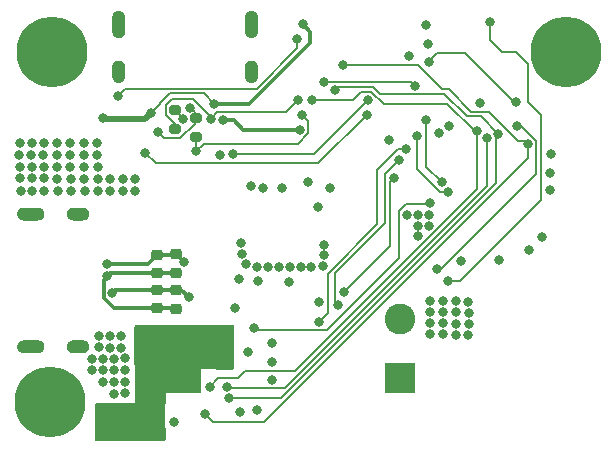
<source format=gbr>
%TF.GenerationSoftware,KiCad,Pcbnew,(6.0.2)*%
%TF.CreationDate,2022-07-06T09:12:25-05:00*%
%TF.ProjectId,pdsupply-PPS,70647375-7070-46c7-992d-5050532e6b69,rev?*%
%TF.SameCoordinates,Original*%
%TF.FileFunction,Copper,L4,Bot*%
%TF.FilePolarity,Positive*%
%FSLAX46Y46*%
G04 Gerber Fmt 4.6, Leading zero omitted, Abs format (unit mm)*
G04 Created by KiCad (PCBNEW (6.0.2)) date 2022-07-06 09:12:25*
%MOMM*%
%LPD*%
G01*
G04 APERTURE LIST*
G04 Aperture macros list*
%AMRoundRect*
0 Rectangle with rounded corners*
0 $1 Rounding radius*
0 $2 $3 $4 $5 $6 $7 $8 $9 X,Y pos of 4 corners*
0 Add a 4 corners polygon primitive as box body*
4,1,4,$2,$3,$4,$5,$6,$7,$8,$9,$2,$3,0*
0 Add four circle primitives for the rounded corners*
1,1,$1+$1,$2,$3*
1,1,$1+$1,$4,$5*
1,1,$1+$1,$6,$7*
1,1,$1+$1,$8,$9*
0 Add four rect primitives between the rounded corners*
20,1,$1+$1,$2,$3,$4,$5,0*
20,1,$1+$1,$4,$5,$6,$7,0*
20,1,$1+$1,$6,$7,$8,$9,0*
20,1,$1+$1,$8,$9,$2,$3,0*%
G04 Aperture macros list end*
%TA.AperFunction,EtchedComponent*%
%ADD10C,0.010000*%
%TD*%
%TA.AperFunction,ComponentPad*%
%ADD11O,1.900000X0.950000*%
%TD*%
%TA.AperFunction,ComponentPad*%
%ADD12O,1.600000X0.800000*%
%TD*%
%TA.AperFunction,ComponentPad*%
%ADD13R,2.600000X2.600000*%
%TD*%
%TA.AperFunction,ComponentPad*%
%ADD14C,2.600000*%
%TD*%
%TA.AperFunction,ComponentPad*%
%ADD15C,6.000000*%
%TD*%
%TA.AperFunction,ComponentPad*%
%ADD16O,0.950000X1.900000*%
%TD*%
%TA.AperFunction,ComponentPad*%
%ADD17O,0.800000X1.600000*%
%TD*%
%TA.AperFunction,SMDPad,CuDef*%
%ADD18RoundRect,0.218750X-0.256250X0.218750X-0.256250X-0.218750X0.256250X-0.218750X0.256250X0.218750X0*%
%TD*%
%TA.AperFunction,SMDPad,CuDef*%
%ADD19RoundRect,0.200000X0.275000X-0.200000X0.275000X0.200000X-0.275000X0.200000X-0.275000X-0.200000X0*%
%TD*%
%TA.AperFunction,SMDPad,CuDef*%
%ADD20RoundRect,0.200000X-0.275000X0.200000X-0.275000X-0.200000X0.275000X-0.200000X0.275000X0.200000X0*%
%TD*%
%TA.AperFunction,SMDPad,CuDef*%
%ADD21RoundRect,0.225000X-0.250000X0.225000X-0.250000X-0.225000X0.250000X-0.225000X0.250000X0.225000X0*%
%TD*%
%TA.AperFunction,ViaPad*%
%ADD22C,0.800000*%
%TD*%
%TA.AperFunction,Conductor*%
%ADD23C,0.300000*%
%TD*%
%TA.AperFunction,Conductor*%
%ADD24C,0.200000*%
%TD*%
%TA.AperFunction,Conductor*%
%ADD25C,0.500000*%
%TD*%
G04 APERTURE END LIST*
D10*
%TO.C,J1*%
X107296447Y-100571447D02*
X107297447Y-100545447D01*
X107297447Y-100545447D02*
X107299447Y-100519447D01*
X107299447Y-100519447D02*
X107302447Y-100493447D01*
X107302447Y-100493447D02*
X107307447Y-100467447D01*
X107307447Y-100467447D02*
X107313447Y-100442447D01*
X107313447Y-100442447D02*
X107320447Y-100416447D01*
X107320447Y-100416447D02*
X107329447Y-100392447D01*
X107329447Y-100392447D02*
X107339447Y-100368447D01*
X107339447Y-100368447D02*
X107350447Y-100344447D01*
X107350447Y-100344447D02*
X107363447Y-100321447D01*
X107363447Y-100321447D02*
X107377447Y-100299447D01*
X107377447Y-100299447D02*
X107391447Y-100277447D01*
X107391447Y-100277447D02*
X107407447Y-100256447D01*
X107407447Y-100256447D02*
X107424447Y-100236447D01*
X107424447Y-100236447D02*
X107442447Y-100217447D01*
X107442447Y-100217447D02*
X107461447Y-100199447D01*
X107461447Y-100199447D02*
X107481447Y-100182447D01*
X107481447Y-100182447D02*
X107502447Y-100166447D01*
X107502447Y-100166447D02*
X107524447Y-100152447D01*
X107524447Y-100152447D02*
X107546447Y-100138447D01*
X107546447Y-100138447D02*
X107569447Y-100125447D01*
X107569447Y-100125447D02*
X107593447Y-100114447D01*
X107593447Y-100114447D02*
X107617447Y-100104447D01*
X107617447Y-100104447D02*
X107641447Y-100095447D01*
X107641447Y-100095447D02*
X107667447Y-100088447D01*
X107667447Y-100088447D02*
X107692447Y-100082447D01*
X107692447Y-100082447D02*
X107718447Y-100077447D01*
X107718447Y-100077447D02*
X107744447Y-100074447D01*
X107744447Y-100074447D02*
X107770447Y-100072447D01*
X107770447Y-100072447D02*
X107796447Y-100071447D01*
X107796447Y-100071447D02*
X108996447Y-100071447D01*
X108996447Y-100071447D02*
X109022447Y-100072447D01*
X109022447Y-100072447D02*
X109048447Y-100074447D01*
X109048447Y-100074447D02*
X109074447Y-100077447D01*
X109074447Y-100077447D02*
X109100447Y-100082447D01*
X109100447Y-100082447D02*
X109125447Y-100088447D01*
X109125447Y-100088447D02*
X109151447Y-100095447D01*
X109151447Y-100095447D02*
X109175447Y-100104447D01*
X109175447Y-100104447D02*
X109199447Y-100114447D01*
X109199447Y-100114447D02*
X109223447Y-100125447D01*
X109223447Y-100125447D02*
X109246447Y-100138447D01*
X109246447Y-100138447D02*
X109268447Y-100152447D01*
X109268447Y-100152447D02*
X109290447Y-100166447D01*
X109290447Y-100166447D02*
X109311447Y-100182447D01*
X109311447Y-100182447D02*
X109331447Y-100199447D01*
X109331447Y-100199447D02*
X109350447Y-100217447D01*
X109350447Y-100217447D02*
X109368447Y-100236447D01*
X109368447Y-100236447D02*
X109385447Y-100256447D01*
X109385447Y-100256447D02*
X109401447Y-100277447D01*
X109401447Y-100277447D02*
X109415447Y-100299447D01*
X109415447Y-100299447D02*
X109429447Y-100321447D01*
X109429447Y-100321447D02*
X109442447Y-100344447D01*
X109442447Y-100344447D02*
X109453447Y-100368447D01*
X109453447Y-100368447D02*
X109463447Y-100392447D01*
X109463447Y-100392447D02*
X109472447Y-100416447D01*
X109472447Y-100416447D02*
X109479447Y-100442447D01*
X109479447Y-100442447D02*
X109485447Y-100467447D01*
X109485447Y-100467447D02*
X109490447Y-100493447D01*
X109490447Y-100493447D02*
X109493447Y-100519447D01*
X109493447Y-100519447D02*
X109495447Y-100545447D01*
X109495447Y-100545447D02*
X109496447Y-100571447D01*
X109496447Y-100571447D02*
X109495447Y-100597447D01*
X109495447Y-100597447D02*
X109493447Y-100623447D01*
X109493447Y-100623447D02*
X109490447Y-100649447D01*
X109490447Y-100649447D02*
X109485447Y-100675447D01*
X109485447Y-100675447D02*
X109479447Y-100700447D01*
X109479447Y-100700447D02*
X109472447Y-100726447D01*
X109472447Y-100726447D02*
X109463447Y-100750447D01*
X109463447Y-100750447D02*
X109453447Y-100774447D01*
X109453447Y-100774447D02*
X109442447Y-100798447D01*
X109442447Y-100798447D02*
X109429447Y-100821447D01*
X109429447Y-100821447D02*
X109415447Y-100843447D01*
X109415447Y-100843447D02*
X109401447Y-100865447D01*
X109401447Y-100865447D02*
X109385447Y-100886447D01*
X109385447Y-100886447D02*
X109368447Y-100906447D01*
X109368447Y-100906447D02*
X109350447Y-100925447D01*
X109350447Y-100925447D02*
X109331447Y-100943447D01*
X109331447Y-100943447D02*
X109311447Y-100960447D01*
X109311447Y-100960447D02*
X109290447Y-100976447D01*
X109290447Y-100976447D02*
X109268447Y-100990447D01*
X109268447Y-100990447D02*
X109246447Y-101004447D01*
X109246447Y-101004447D02*
X109223447Y-101017447D01*
X109223447Y-101017447D02*
X109199447Y-101028447D01*
X109199447Y-101028447D02*
X109175447Y-101038447D01*
X109175447Y-101038447D02*
X109151447Y-101047447D01*
X109151447Y-101047447D02*
X109125447Y-101054447D01*
X109125447Y-101054447D02*
X109100447Y-101060447D01*
X109100447Y-101060447D02*
X109074447Y-101065447D01*
X109074447Y-101065447D02*
X109048447Y-101068447D01*
X109048447Y-101068447D02*
X109022447Y-101070447D01*
X109022447Y-101070447D02*
X108996447Y-101071447D01*
X108996447Y-101071447D02*
X107796447Y-101071447D01*
X107796447Y-101071447D02*
X107770447Y-101070447D01*
X107770447Y-101070447D02*
X107744447Y-101068447D01*
X107744447Y-101068447D02*
X107718447Y-101065447D01*
X107718447Y-101065447D02*
X107692447Y-101060447D01*
X107692447Y-101060447D02*
X107667447Y-101054447D01*
X107667447Y-101054447D02*
X107641447Y-101047447D01*
X107641447Y-101047447D02*
X107617447Y-101038447D01*
X107617447Y-101038447D02*
X107593447Y-101028447D01*
X107593447Y-101028447D02*
X107569447Y-101017447D01*
X107569447Y-101017447D02*
X107546447Y-101004447D01*
X107546447Y-101004447D02*
X107524447Y-100990447D01*
X107524447Y-100990447D02*
X107502447Y-100976447D01*
X107502447Y-100976447D02*
X107481447Y-100960447D01*
X107481447Y-100960447D02*
X107461447Y-100943447D01*
X107461447Y-100943447D02*
X107442447Y-100925447D01*
X107442447Y-100925447D02*
X107424447Y-100906447D01*
X107424447Y-100906447D02*
X107407447Y-100886447D01*
X107407447Y-100886447D02*
X107391447Y-100865447D01*
X107391447Y-100865447D02*
X107377447Y-100843447D01*
X107377447Y-100843447D02*
X107363447Y-100821447D01*
X107363447Y-100821447D02*
X107350447Y-100798447D01*
X107350447Y-100798447D02*
X107339447Y-100774447D01*
X107339447Y-100774447D02*
X107329447Y-100750447D01*
X107329447Y-100750447D02*
X107320447Y-100726447D01*
X107320447Y-100726447D02*
X107313447Y-100700447D01*
X107313447Y-100700447D02*
X107307447Y-100675447D01*
X107307447Y-100675447D02*
X107302447Y-100649447D01*
X107302447Y-100649447D02*
X107299447Y-100623447D01*
X107299447Y-100623447D02*
X107297447Y-100597447D01*
X107297447Y-100597447D02*
X107296447Y-100571447D01*
X107296447Y-100571447D02*
X107296447Y-100571447D01*
G36*
X109022447Y-100072447D02*
G01*
X109048447Y-100074447D01*
X109074447Y-100077447D01*
X109100447Y-100082447D01*
X109125447Y-100088447D01*
X109151447Y-100095447D01*
X109175447Y-100104447D01*
X109199447Y-100114447D01*
X109223447Y-100125447D01*
X109246447Y-100138447D01*
X109290447Y-100166447D01*
X109311447Y-100182447D01*
X109331447Y-100199447D01*
X109350447Y-100217447D01*
X109368447Y-100236447D01*
X109385447Y-100256447D01*
X109401447Y-100277447D01*
X109429447Y-100321447D01*
X109442447Y-100344447D01*
X109453447Y-100368447D01*
X109463447Y-100392447D01*
X109472447Y-100416447D01*
X109479447Y-100442447D01*
X109485447Y-100467447D01*
X109490447Y-100493447D01*
X109493447Y-100519447D01*
X109495447Y-100545447D01*
X109496447Y-100571447D01*
X109495447Y-100597447D01*
X109493447Y-100623447D01*
X109490447Y-100649447D01*
X109485447Y-100675447D01*
X109479447Y-100700447D01*
X109472447Y-100726447D01*
X109463447Y-100750447D01*
X109453447Y-100774447D01*
X109442447Y-100798447D01*
X109429447Y-100821447D01*
X109401447Y-100865447D01*
X109385447Y-100886447D01*
X109368447Y-100906447D01*
X109350447Y-100925447D01*
X109331447Y-100943447D01*
X109311447Y-100960447D01*
X109290447Y-100976447D01*
X109246447Y-101004447D01*
X109223447Y-101017447D01*
X109199447Y-101028447D01*
X109175447Y-101038447D01*
X109151447Y-101047447D01*
X109125447Y-101054447D01*
X109100447Y-101060447D01*
X109074447Y-101065447D01*
X109048447Y-101068447D01*
X109022447Y-101070447D01*
X108996447Y-101071447D01*
X107796447Y-101071447D01*
X107770447Y-101070447D01*
X107744447Y-101068447D01*
X107718447Y-101065447D01*
X107692447Y-101060447D01*
X107667447Y-101054447D01*
X107641447Y-101047447D01*
X107617447Y-101038447D01*
X107593447Y-101028447D01*
X107569447Y-101017447D01*
X107546447Y-101004447D01*
X107502447Y-100976447D01*
X107481447Y-100960447D01*
X107461447Y-100943447D01*
X107442447Y-100925447D01*
X107424447Y-100906447D01*
X107407447Y-100886447D01*
X107391447Y-100865447D01*
X107363447Y-100821447D01*
X107350447Y-100798447D01*
X107339447Y-100774447D01*
X107329447Y-100750447D01*
X107320447Y-100726447D01*
X107313447Y-100700447D01*
X107307447Y-100675447D01*
X107302447Y-100649447D01*
X107299447Y-100623447D01*
X107297447Y-100597447D01*
X107296447Y-100571447D01*
X107297447Y-100545447D01*
X107299447Y-100519447D01*
X107302447Y-100493447D01*
X107307447Y-100467447D01*
X107313447Y-100442447D01*
X107320447Y-100416447D01*
X107329447Y-100392447D01*
X107339447Y-100368447D01*
X107350447Y-100344447D01*
X107363447Y-100321447D01*
X107391447Y-100277447D01*
X107407447Y-100256447D01*
X107424447Y-100236447D01*
X107442447Y-100217447D01*
X107461447Y-100199447D01*
X107481447Y-100182447D01*
X107502447Y-100166447D01*
X107546447Y-100138447D01*
X107569447Y-100125447D01*
X107593447Y-100114447D01*
X107617447Y-100104447D01*
X107641447Y-100095447D01*
X107667447Y-100088447D01*
X107692447Y-100082447D01*
X107718447Y-100077447D01*
X107744447Y-100074447D01*
X107770447Y-100072447D01*
X107796447Y-100071447D01*
X108996447Y-100071447D01*
X109022447Y-100072447D01*
G37*
X109022447Y-100072447D02*
X109048447Y-100074447D01*
X109074447Y-100077447D01*
X109100447Y-100082447D01*
X109125447Y-100088447D01*
X109151447Y-100095447D01*
X109175447Y-100104447D01*
X109199447Y-100114447D01*
X109223447Y-100125447D01*
X109246447Y-100138447D01*
X109290447Y-100166447D01*
X109311447Y-100182447D01*
X109331447Y-100199447D01*
X109350447Y-100217447D01*
X109368447Y-100236447D01*
X109385447Y-100256447D01*
X109401447Y-100277447D01*
X109429447Y-100321447D01*
X109442447Y-100344447D01*
X109453447Y-100368447D01*
X109463447Y-100392447D01*
X109472447Y-100416447D01*
X109479447Y-100442447D01*
X109485447Y-100467447D01*
X109490447Y-100493447D01*
X109493447Y-100519447D01*
X109495447Y-100545447D01*
X109496447Y-100571447D01*
X109495447Y-100597447D01*
X109493447Y-100623447D01*
X109490447Y-100649447D01*
X109485447Y-100675447D01*
X109479447Y-100700447D01*
X109472447Y-100726447D01*
X109463447Y-100750447D01*
X109453447Y-100774447D01*
X109442447Y-100798447D01*
X109429447Y-100821447D01*
X109401447Y-100865447D01*
X109385447Y-100886447D01*
X109368447Y-100906447D01*
X109350447Y-100925447D01*
X109331447Y-100943447D01*
X109311447Y-100960447D01*
X109290447Y-100976447D01*
X109246447Y-101004447D01*
X109223447Y-101017447D01*
X109199447Y-101028447D01*
X109175447Y-101038447D01*
X109151447Y-101047447D01*
X109125447Y-101054447D01*
X109100447Y-101060447D01*
X109074447Y-101065447D01*
X109048447Y-101068447D01*
X109022447Y-101070447D01*
X108996447Y-101071447D01*
X107796447Y-101071447D01*
X107770447Y-101070447D01*
X107744447Y-101068447D01*
X107718447Y-101065447D01*
X107692447Y-101060447D01*
X107667447Y-101054447D01*
X107641447Y-101047447D01*
X107617447Y-101038447D01*
X107593447Y-101028447D01*
X107569447Y-101017447D01*
X107546447Y-101004447D01*
X107502447Y-100976447D01*
X107481447Y-100960447D01*
X107461447Y-100943447D01*
X107442447Y-100925447D01*
X107424447Y-100906447D01*
X107407447Y-100886447D01*
X107391447Y-100865447D01*
X107363447Y-100821447D01*
X107350447Y-100798447D01*
X107339447Y-100774447D01*
X107329447Y-100750447D01*
X107320447Y-100726447D01*
X107313447Y-100700447D01*
X107307447Y-100675447D01*
X107302447Y-100649447D01*
X107299447Y-100623447D01*
X107297447Y-100597447D01*
X107296447Y-100571447D01*
X107297447Y-100545447D01*
X107299447Y-100519447D01*
X107302447Y-100493447D01*
X107307447Y-100467447D01*
X107313447Y-100442447D01*
X107320447Y-100416447D01*
X107329447Y-100392447D01*
X107339447Y-100368447D01*
X107350447Y-100344447D01*
X107363447Y-100321447D01*
X107391447Y-100277447D01*
X107407447Y-100256447D01*
X107424447Y-100236447D01*
X107442447Y-100217447D01*
X107461447Y-100199447D01*
X107481447Y-100182447D01*
X107502447Y-100166447D01*
X107546447Y-100138447D01*
X107569447Y-100125447D01*
X107593447Y-100114447D01*
X107617447Y-100104447D01*
X107641447Y-100095447D01*
X107667447Y-100088447D01*
X107692447Y-100082447D01*
X107718447Y-100077447D01*
X107744447Y-100074447D01*
X107770447Y-100072447D01*
X107796447Y-100071447D01*
X108996447Y-100071447D01*
X109022447Y-100072447D01*
X111496447Y-111811447D02*
X111497447Y-111785447D01*
X111497447Y-111785447D02*
X111499447Y-111759447D01*
X111499447Y-111759447D02*
X111502447Y-111733447D01*
X111502447Y-111733447D02*
X111507447Y-111707447D01*
X111507447Y-111707447D02*
X111513447Y-111682447D01*
X111513447Y-111682447D02*
X111520447Y-111656447D01*
X111520447Y-111656447D02*
X111529447Y-111632447D01*
X111529447Y-111632447D02*
X111539447Y-111608447D01*
X111539447Y-111608447D02*
X111550447Y-111584447D01*
X111550447Y-111584447D02*
X111563447Y-111561447D01*
X111563447Y-111561447D02*
X111577447Y-111539447D01*
X111577447Y-111539447D02*
X111591447Y-111517447D01*
X111591447Y-111517447D02*
X111607447Y-111496447D01*
X111607447Y-111496447D02*
X111624447Y-111476447D01*
X111624447Y-111476447D02*
X111642447Y-111457447D01*
X111642447Y-111457447D02*
X111661447Y-111439447D01*
X111661447Y-111439447D02*
X111681447Y-111422447D01*
X111681447Y-111422447D02*
X111702447Y-111406447D01*
X111702447Y-111406447D02*
X111724447Y-111392447D01*
X111724447Y-111392447D02*
X111746447Y-111378447D01*
X111746447Y-111378447D02*
X111769447Y-111365447D01*
X111769447Y-111365447D02*
X111793447Y-111354447D01*
X111793447Y-111354447D02*
X111817447Y-111344447D01*
X111817447Y-111344447D02*
X111841447Y-111335447D01*
X111841447Y-111335447D02*
X111867447Y-111328447D01*
X111867447Y-111328447D02*
X111892447Y-111322447D01*
X111892447Y-111322447D02*
X111918447Y-111317447D01*
X111918447Y-111317447D02*
X111944447Y-111314447D01*
X111944447Y-111314447D02*
X111970447Y-111312447D01*
X111970447Y-111312447D02*
X111996447Y-111311447D01*
X111996447Y-111311447D02*
X112796447Y-111311447D01*
X112796447Y-111311447D02*
X112822447Y-111312447D01*
X112822447Y-111312447D02*
X112848447Y-111314447D01*
X112848447Y-111314447D02*
X112874447Y-111317447D01*
X112874447Y-111317447D02*
X112900447Y-111322447D01*
X112900447Y-111322447D02*
X112925447Y-111328447D01*
X112925447Y-111328447D02*
X112951447Y-111335447D01*
X112951447Y-111335447D02*
X112975447Y-111344447D01*
X112975447Y-111344447D02*
X112999447Y-111354447D01*
X112999447Y-111354447D02*
X113023447Y-111365447D01*
X113023447Y-111365447D02*
X113046447Y-111378447D01*
X113046447Y-111378447D02*
X113068447Y-111392447D01*
X113068447Y-111392447D02*
X113090447Y-111406447D01*
X113090447Y-111406447D02*
X113111447Y-111422447D01*
X113111447Y-111422447D02*
X113131447Y-111439447D01*
X113131447Y-111439447D02*
X113150447Y-111457447D01*
X113150447Y-111457447D02*
X113168447Y-111476447D01*
X113168447Y-111476447D02*
X113185447Y-111496447D01*
X113185447Y-111496447D02*
X113201447Y-111517447D01*
X113201447Y-111517447D02*
X113215447Y-111539447D01*
X113215447Y-111539447D02*
X113229447Y-111561447D01*
X113229447Y-111561447D02*
X113242447Y-111584447D01*
X113242447Y-111584447D02*
X113253447Y-111608447D01*
X113253447Y-111608447D02*
X113263447Y-111632447D01*
X113263447Y-111632447D02*
X113272447Y-111656447D01*
X113272447Y-111656447D02*
X113279447Y-111682447D01*
X113279447Y-111682447D02*
X113285447Y-111707447D01*
X113285447Y-111707447D02*
X113290447Y-111733447D01*
X113290447Y-111733447D02*
X113293447Y-111759447D01*
X113293447Y-111759447D02*
X113295447Y-111785447D01*
X113295447Y-111785447D02*
X113296447Y-111811447D01*
X113296447Y-111811447D02*
X113295447Y-111837447D01*
X113295447Y-111837447D02*
X113293447Y-111863447D01*
X113293447Y-111863447D02*
X113290447Y-111889447D01*
X113290447Y-111889447D02*
X113285447Y-111915447D01*
X113285447Y-111915447D02*
X113279447Y-111940447D01*
X113279447Y-111940447D02*
X113272447Y-111966447D01*
X113272447Y-111966447D02*
X113263447Y-111990447D01*
X113263447Y-111990447D02*
X113253447Y-112014447D01*
X113253447Y-112014447D02*
X113242447Y-112038447D01*
X113242447Y-112038447D02*
X113229447Y-112061447D01*
X113229447Y-112061447D02*
X113215447Y-112083447D01*
X113215447Y-112083447D02*
X113201447Y-112105447D01*
X113201447Y-112105447D02*
X113185447Y-112126447D01*
X113185447Y-112126447D02*
X113168447Y-112146447D01*
X113168447Y-112146447D02*
X113150447Y-112165447D01*
X113150447Y-112165447D02*
X113131447Y-112183447D01*
X113131447Y-112183447D02*
X113111447Y-112200447D01*
X113111447Y-112200447D02*
X113090447Y-112216447D01*
X113090447Y-112216447D02*
X113068447Y-112230447D01*
X113068447Y-112230447D02*
X113046447Y-112244447D01*
X113046447Y-112244447D02*
X113023447Y-112257447D01*
X113023447Y-112257447D02*
X112999447Y-112268447D01*
X112999447Y-112268447D02*
X112975447Y-112278447D01*
X112975447Y-112278447D02*
X112951447Y-112287447D01*
X112951447Y-112287447D02*
X112925447Y-112294447D01*
X112925447Y-112294447D02*
X112900447Y-112300447D01*
X112900447Y-112300447D02*
X112874447Y-112305447D01*
X112874447Y-112305447D02*
X112848447Y-112308447D01*
X112848447Y-112308447D02*
X112822447Y-112310447D01*
X112822447Y-112310447D02*
X112796447Y-112311447D01*
X112796447Y-112311447D02*
X111996447Y-112311447D01*
X111996447Y-112311447D02*
X111970447Y-112310447D01*
X111970447Y-112310447D02*
X111944447Y-112308447D01*
X111944447Y-112308447D02*
X111918447Y-112305447D01*
X111918447Y-112305447D02*
X111892447Y-112300447D01*
X111892447Y-112300447D02*
X111867447Y-112294447D01*
X111867447Y-112294447D02*
X111841447Y-112287447D01*
X111841447Y-112287447D02*
X111817447Y-112278447D01*
X111817447Y-112278447D02*
X111793447Y-112268447D01*
X111793447Y-112268447D02*
X111769447Y-112257447D01*
X111769447Y-112257447D02*
X111746447Y-112244447D01*
X111746447Y-112244447D02*
X111724447Y-112230447D01*
X111724447Y-112230447D02*
X111702447Y-112216447D01*
X111702447Y-112216447D02*
X111681447Y-112200447D01*
X111681447Y-112200447D02*
X111661447Y-112183447D01*
X111661447Y-112183447D02*
X111642447Y-112165447D01*
X111642447Y-112165447D02*
X111624447Y-112146447D01*
X111624447Y-112146447D02*
X111607447Y-112126447D01*
X111607447Y-112126447D02*
X111591447Y-112105447D01*
X111591447Y-112105447D02*
X111577447Y-112083447D01*
X111577447Y-112083447D02*
X111563447Y-112061447D01*
X111563447Y-112061447D02*
X111550447Y-112038447D01*
X111550447Y-112038447D02*
X111539447Y-112014447D01*
X111539447Y-112014447D02*
X111529447Y-111990447D01*
X111529447Y-111990447D02*
X111520447Y-111966447D01*
X111520447Y-111966447D02*
X111513447Y-111940447D01*
X111513447Y-111940447D02*
X111507447Y-111915447D01*
X111507447Y-111915447D02*
X111502447Y-111889447D01*
X111502447Y-111889447D02*
X111499447Y-111863447D01*
X111499447Y-111863447D02*
X111497447Y-111837447D01*
X111497447Y-111837447D02*
X111496447Y-111811447D01*
X111496447Y-111811447D02*
X111496447Y-111811447D01*
G36*
X112822447Y-111312447D02*
G01*
X112848447Y-111314447D01*
X112874447Y-111317447D01*
X112900447Y-111322447D01*
X112925447Y-111328447D01*
X112951447Y-111335447D01*
X112975447Y-111344447D01*
X112999447Y-111354447D01*
X113023447Y-111365447D01*
X113046447Y-111378447D01*
X113090447Y-111406447D01*
X113111447Y-111422447D01*
X113131447Y-111439447D01*
X113150447Y-111457447D01*
X113168447Y-111476447D01*
X113185447Y-111496447D01*
X113201447Y-111517447D01*
X113229447Y-111561447D01*
X113242447Y-111584447D01*
X113253447Y-111608447D01*
X113263447Y-111632447D01*
X113272447Y-111656447D01*
X113279447Y-111682447D01*
X113285447Y-111707447D01*
X113290447Y-111733447D01*
X113293447Y-111759447D01*
X113295447Y-111785447D01*
X113296447Y-111811447D01*
X113295447Y-111837447D01*
X113293447Y-111863447D01*
X113290447Y-111889447D01*
X113285447Y-111915447D01*
X113279447Y-111940447D01*
X113272447Y-111966447D01*
X113263447Y-111990447D01*
X113253447Y-112014447D01*
X113242447Y-112038447D01*
X113229447Y-112061447D01*
X113201447Y-112105447D01*
X113185447Y-112126447D01*
X113168447Y-112146447D01*
X113150447Y-112165447D01*
X113131447Y-112183447D01*
X113111447Y-112200447D01*
X113090447Y-112216447D01*
X113046447Y-112244447D01*
X113023447Y-112257447D01*
X112999447Y-112268447D01*
X112975447Y-112278447D01*
X112951447Y-112287447D01*
X112925447Y-112294447D01*
X112900447Y-112300447D01*
X112874447Y-112305447D01*
X112848447Y-112308447D01*
X112822447Y-112310447D01*
X112796447Y-112311447D01*
X111996447Y-112311447D01*
X111970447Y-112310447D01*
X111944447Y-112308447D01*
X111918447Y-112305447D01*
X111892447Y-112300447D01*
X111867447Y-112294447D01*
X111841447Y-112287447D01*
X111817447Y-112278447D01*
X111793447Y-112268447D01*
X111769447Y-112257447D01*
X111746447Y-112244447D01*
X111702447Y-112216447D01*
X111681447Y-112200447D01*
X111661447Y-112183447D01*
X111642447Y-112165447D01*
X111624447Y-112146447D01*
X111607447Y-112126447D01*
X111591447Y-112105447D01*
X111563447Y-112061447D01*
X111550447Y-112038447D01*
X111539447Y-112014447D01*
X111529447Y-111990447D01*
X111520447Y-111966447D01*
X111513447Y-111940447D01*
X111507447Y-111915447D01*
X111502447Y-111889447D01*
X111499447Y-111863447D01*
X111497447Y-111837447D01*
X111496447Y-111811447D01*
X111497447Y-111785447D01*
X111499447Y-111759447D01*
X111502447Y-111733447D01*
X111507447Y-111707447D01*
X111513447Y-111682447D01*
X111520447Y-111656447D01*
X111529447Y-111632447D01*
X111539447Y-111608447D01*
X111550447Y-111584447D01*
X111563447Y-111561447D01*
X111591447Y-111517447D01*
X111607447Y-111496447D01*
X111624447Y-111476447D01*
X111642447Y-111457447D01*
X111661447Y-111439447D01*
X111681447Y-111422447D01*
X111702447Y-111406447D01*
X111746447Y-111378447D01*
X111769447Y-111365447D01*
X111793447Y-111354447D01*
X111817447Y-111344447D01*
X111841447Y-111335447D01*
X111867447Y-111328447D01*
X111892447Y-111322447D01*
X111918447Y-111317447D01*
X111944447Y-111314447D01*
X111970447Y-111312447D01*
X111996447Y-111311447D01*
X112796447Y-111311447D01*
X112822447Y-111312447D01*
G37*
X112822447Y-111312447D02*
X112848447Y-111314447D01*
X112874447Y-111317447D01*
X112900447Y-111322447D01*
X112925447Y-111328447D01*
X112951447Y-111335447D01*
X112975447Y-111344447D01*
X112999447Y-111354447D01*
X113023447Y-111365447D01*
X113046447Y-111378447D01*
X113090447Y-111406447D01*
X113111447Y-111422447D01*
X113131447Y-111439447D01*
X113150447Y-111457447D01*
X113168447Y-111476447D01*
X113185447Y-111496447D01*
X113201447Y-111517447D01*
X113229447Y-111561447D01*
X113242447Y-111584447D01*
X113253447Y-111608447D01*
X113263447Y-111632447D01*
X113272447Y-111656447D01*
X113279447Y-111682447D01*
X113285447Y-111707447D01*
X113290447Y-111733447D01*
X113293447Y-111759447D01*
X113295447Y-111785447D01*
X113296447Y-111811447D01*
X113295447Y-111837447D01*
X113293447Y-111863447D01*
X113290447Y-111889447D01*
X113285447Y-111915447D01*
X113279447Y-111940447D01*
X113272447Y-111966447D01*
X113263447Y-111990447D01*
X113253447Y-112014447D01*
X113242447Y-112038447D01*
X113229447Y-112061447D01*
X113201447Y-112105447D01*
X113185447Y-112126447D01*
X113168447Y-112146447D01*
X113150447Y-112165447D01*
X113131447Y-112183447D01*
X113111447Y-112200447D01*
X113090447Y-112216447D01*
X113046447Y-112244447D01*
X113023447Y-112257447D01*
X112999447Y-112268447D01*
X112975447Y-112278447D01*
X112951447Y-112287447D01*
X112925447Y-112294447D01*
X112900447Y-112300447D01*
X112874447Y-112305447D01*
X112848447Y-112308447D01*
X112822447Y-112310447D01*
X112796447Y-112311447D01*
X111996447Y-112311447D01*
X111970447Y-112310447D01*
X111944447Y-112308447D01*
X111918447Y-112305447D01*
X111892447Y-112300447D01*
X111867447Y-112294447D01*
X111841447Y-112287447D01*
X111817447Y-112278447D01*
X111793447Y-112268447D01*
X111769447Y-112257447D01*
X111746447Y-112244447D01*
X111702447Y-112216447D01*
X111681447Y-112200447D01*
X111661447Y-112183447D01*
X111642447Y-112165447D01*
X111624447Y-112146447D01*
X111607447Y-112126447D01*
X111591447Y-112105447D01*
X111563447Y-112061447D01*
X111550447Y-112038447D01*
X111539447Y-112014447D01*
X111529447Y-111990447D01*
X111520447Y-111966447D01*
X111513447Y-111940447D01*
X111507447Y-111915447D01*
X111502447Y-111889447D01*
X111499447Y-111863447D01*
X111497447Y-111837447D01*
X111496447Y-111811447D01*
X111497447Y-111785447D01*
X111499447Y-111759447D01*
X111502447Y-111733447D01*
X111507447Y-111707447D01*
X111513447Y-111682447D01*
X111520447Y-111656447D01*
X111529447Y-111632447D01*
X111539447Y-111608447D01*
X111550447Y-111584447D01*
X111563447Y-111561447D01*
X111591447Y-111517447D01*
X111607447Y-111496447D01*
X111624447Y-111476447D01*
X111642447Y-111457447D01*
X111661447Y-111439447D01*
X111681447Y-111422447D01*
X111702447Y-111406447D01*
X111746447Y-111378447D01*
X111769447Y-111365447D01*
X111793447Y-111354447D01*
X111817447Y-111344447D01*
X111841447Y-111335447D01*
X111867447Y-111328447D01*
X111892447Y-111322447D01*
X111918447Y-111317447D01*
X111944447Y-111314447D01*
X111970447Y-111312447D01*
X111996447Y-111311447D01*
X112796447Y-111311447D01*
X112822447Y-111312447D01*
X107296447Y-111811447D02*
X107297447Y-111785447D01*
X107297447Y-111785447D02*
X107299447Y-111759447D01*
X107299447Y-111759447D02*
X107302447Y-111733447D01*
X107302447Y-111733447D02*
X107307447Y-111707447D01*
X107307447Y-111707447D02*
X107313447Y-111682447D01*
X107313447Y-111682447D02*
X107320447Y-111656447D01*
X107320447Y-111656447D02*
X107329447Y-111632447D01*
X107329447Y-111632447D02*
X107339447Y-111608447D01*
X107339447Y-111608447D02*
X107350447Y-111584447D01*
X107350447Y-111584447D02*
X107363447Y-111561447D01*
X107363447Y-111561447D02*
X107377447Y-111539447D01*
X107377447Y-111539447D02*
X107391447Y-111517447D01*
X107391447Y-111517447D02*
X107407447Y-111496447D01*
X107407447Y-111496447D02*
X107424447Y-111476447D01*
X107424447Y-111476447D02*
X107442447Y-111457447D01*
X107442447Y-111457447D02*
X107461447Y-111439447D01*
X107461447Y-111439447D02*
X107481447Y-111422447D01*
X107481447Y-111422447D02*
X107502447Y-111406447D01*
X107502447Y-111406447D02*
X107524447Y-111392447D01*
X107524447Y-111392447D02*
X107546447Y-111378447D01*
X107546447Y-111378447D02*
X107569447Y-111365447D01*
X107569447Y-111365447D02*
X107593447Y-111354447D01*
X107593447Y-111354447D02*
X107617447Y-111344447D01*
X107617447Y-111344447D02*
X107641447Y-111335447D01*
X107641447Y-111335447D02*
X107667447Y-111328447D01*
X107667447Y-111328447D02*
X107692447Y-111322447D01*
X107692447Y-111322447D02*
X107718447Y-111317447D01*
X107718447Y-111317447D02*
X107744447Y-111314447D01*
X107744447Y-111314447D02*
X107770447Y-111312447D01*
X107770447Y-111312447D02*
X107796447Y-111311447D01*
X107796447Y-111311447D02*
X108996447Y-111311447D01*
X108996447Y-111311447D02*
X109022447Y-111312447D01*
X109022447Y-111312447D02*
X109048447Y-111314447D01*
X109048447Y-111314447D02*
X109074447Y-111317447D01*
X109074447Y-111317447D02*
X109100447Y-111322447D01*
X109100447Y-111322447D02*
X109125447Y-111328447D01*
X109125447Y-111328447D02*
X109151447Y-111335447D01*
X109151447Y-111335447D02*
X109175447Y-111344447D01*
X109175447Y-111344447D02*
X109199447Y-111354447D01*
X109199447Y-111354447D02*
X109223447Y-111365447D01*
X109223447Y-111365447D02*
X109246447Y-111378447D01*
X109246447Y-111378447D02*
X109268447Y-111392447D01*
X109268447Y-111392447D02*
X109290447Y-111406447D01*
X109290447Y-111406447D02*
X109311447Y-111422447D01*
X109311447Y-111422447D02*
X109331447Y-111439447D01*
X109331447Y-111439447D02*
X109350447Y-111457447D01*
X109350447Y-111457447D02*
X109368447Y-111476447D01*
X109368447Y-111476447D02*
X109385447Y-111496447D01*
X109385447Y-111496447D02*
X109401447Y-111517447D01*
X109401447Y-111517447D02*
X109415447Y-111539447D01*
X109415447Y-111539447D02*
X109429447Y-111561447D01*
X109429447Y-111561447D02*
X109442447Y-111584447D01*
X109442447Y-111584447D02*
X109453447Y-111608447D01*
X109453447Y-111608447D02*
X109463447Y-111632447D01*
X109463447Y-111632447D02*
X109472447Y-111656447D01*
X109472447Y-111656447D02*
X109479447Y-111682447D01*
X109479447Y-111682447D02*
X109485447Y-111707447D01*
X109485447Y-111707447D02*
X109490447Y-111733447D01*
X109490447Y-111733447D02*
X109493447Y-111759447D01*
X109493447Y-111759447D02*
X109495447Y-111785447D01*
X109495447Y-111785447D02*
X109496447Y-111811447D01*
X109496447Y-111811447D02*
X109495447Y-111837447D01*
X109495447Y-111837447D02*
X109493447Y-111863447D01*
X109493447Y-111863447D02*
X109490447Y-111889447D01*
X109490447Y-111889447D02*
X109485447Y-111915447D01*
X109485447Y-111915447D02*
X109479447Y-111940447D01*
X109479447Y-111940447D02*
X109472447Y-111966447D01*
X109472447Y-111966447D02*
X109463447Y-111990447D01*
X109463447Y-111990447D02*
X109453447Y-112014447D01*
X109453447Y-112014447D02*
X109442447Y-112038447D01*
X109442447Y-112038447D02*
X109429447Y-112061447D01*
X109429447Y-112061447D02*
X109415447Y-112083447D01*
X109415447Y-112083447D02*
X109401447Y-112105447D01*
X109401447Y-112105447D02*
X109385447Y-112126447D01*
X109385447Y-112126447D02*
X109368447Y-112146447D01*
X109368447Y-112146447D02*
X109350447Y-112165447D01*
X109350447Y-112165447D02*
X109331447Y-112183447D01*
X109331447Y-112183447D02*
X109311447Y-112200447D01*
X109311447Y-112200447D02*
X109290447Y-112216447D01*
X109290447Y-112216447D02*
X109268447Y-112230447D01*
X109268447Y-112230447D02*
X109246447Y-112244447D01*
X109246447Y-112244447D02*
X109223447Y-112257447D01*
X109223447Y-112257447D02*
X109199447Y-112268447D01*
X109199447Y-112268447D02*
X109175447Y-112278447D01*
X109175447Y-112278447D02*
X109151447Y-112287447D01*
X109151447Y-112287447D02*
X109125447Y-112294447D01*
X109125447Y-112294447D02*
X109100447Y-112300447D01*
X109100447Y-112300447D02*
X109074447Y-112305447D01*
X109074447Y-112305447D02*
X109048447Y-112308447D01*
X109048447Y-112308447D02*
X109022447Y-112310447D01*
X109022447Y-112310447D02*
X108996447Y-112311447D01*
X108996447Y-112311447D02*
X107796447Y-112311447D01*
X107796447Y-112311447D02*
X107770447Y-112310447D01*
X107770447Y-112310447D02*
X107744447Y-112308447D01*
X107744447Y-112308447D02*
X107718447Y-112305447D01*
X107718447Y-112305447D02*
X107692447Y-112300447D01*
X107692447Y-112300447D02*
X107667447Y-112294447D01*
X107667447Y-112294447D02*
X107641447Y-112287447D01*
X107641447Y-112287447D02*
X107617447Y-112278447D01*
X107617447Y-112278447D02*
X107593447Y-112268447D01*
X107593447Y-112268447D02*
X107569447Y-112257447D01*
X107569447Y-112257447D02*
X107546447Y-112244447D01*
X107546447Y-112244447D02*
X107524447Y-112230447D01*
X107524447Y-112230447D02*
X107502447Y-112216447D01*
X107502447Y-112216447D02*
X107481447Y-112200447D01*
X107481447Y-112200447D02*
X107461447Y-112183447D01*
X107461447Y-112183447D02*
X107442447Y-112165447D01*
X107442447Y-112165447D02*
X107424447Y-112146447D01*
X107424447Y-112146447D02*
X107407447Y-112126447D01*
X107407447Y-112126447D02*
X107391447Y-112105447D01*
X107391447Y-112105447D02*
X107377447Y-112083447D01*
X107377447Y-112083447D02*
X107363447Y-112061447D01*
X107363447Y-112061447D02*
X107350447Y-112038447D01*
X107350447Y-112038447D02*
X107339447Y-112014447D01*
X107339447Y-112014447D02*
X107329447Y-111990447D01*
X107329447Y-111990447D02*
X107320447Y-111966447D01*
X107320447Y-111966447D02*
X107313447Y-111940447D01*
X107313447Y-111940447D02*
X107307447Y-111915447D01*
X107307447Y-111915447D02*
X107302447Y-111889447D01*
X107302447Y-111889447D02*
X107299447Y-111863447D01*
X107299447Y-111863447D02*
X107297447Y-111837447D01*
X107297447Y-111837447D02*
X107296447Y-111811447D01*
X107296447Y-111811447D02*
X107296447Y-111811447D01*
G36*
X109022447Y-111312447D02*
G01*
X109048447Y-111314447D01*
X109074447Y-111317447D01*
X109100447Y-111322447D01*
X109125447Y-111328447D01*
X109151447Y-111335447D01*
X109175447Y-111344447D01*
X109199447Y-111354447D01*
X109223447Y-111365447D01*
X109246447Y-111378447D01*
X109290447Y-111406447D01*
X109311447Y-111422447D01*
X109331447Y-111439447D01*
X109350447Y-111457447D01*
X109368447Y-111476447D01*
X109385447Y-111496447D01*
X109401447Y-111517447D01*
X109429447Y-111561447D01*
X109442447Y-111584447D01*
X109453447Y-111608447D01*
X109463447Y-111632447D01*
X109472447Y-111656447D01*
X109479447Y-111682447D01*
X109485447Y-111707447D01*
X109490447Y-111733447D01*
X109493447Y-111759447D01*
X109495447Y-111785447D01*
X109496447Y-111811447D01*
X109495447Y-111837447D01*
X109493447Y-111863447D01*
X109490447Y-111889447D01*
X109485447Y-111915447D01*
X109479447Y-111940447D01*
X109472447Y-111966447D01*
X109463447Y-111990447D01*
X109453447Y-112014447D01*
X109442447Y-112038447D01*
X109429447Y-112061447D01*
X109401447Y-112105447D01*
X109385447Y-112126447D01*
X109368447Y-112146447D01*
X109350447Y-112165447D01*
X109331447Y-112183447D01*
X109311447Y-112200447D01*
X109290447Y-112216447D01*
X109246447Y-112244447D01*
X109223447Y-112257447D01*
X109199447Y-112268447D01*
X109175447Y-112278447D01*
X109151447Y-112287447D01*
X109125447Y-112294447D01*
X109100447Y-112300447D01*
X109074447Y-112305447D01*
X109048447Y-112308447D01*
X109022447Y-112310447D01*
X108996447Y-112311447D01*
X107796447Y-112311447D01*
X107770447Y-112310447D01*
X107744447Y-112308447D01*
X107718447Y-112305447D01*
X107692447Y-112300447D01*
X107667447Y-112294447D01*
X107641447Y-112287447D01*
X107617447Y-112278447D01*
X107593447Y-112268447D01*
X107569447Y-112257447D01*
X107546447Y-112244447D01*
X107502447Y-112216447D01*
X107481447Y-112200447D01*
X107461447Y-112183447D01*
X107442447Y-112165447D01*
X107424447Y-112146447D01*
X107407447Y-112126447D01*
X107391447Y-112105447D01*
X107363447Y-112061447D01*
X107350447Y-112038447D01*
X107339447Y-112014447D01*
X107329447Y-111990447D01*
X107320447Y-111966447D01*
X107313447Y-111940447D01*
X107307447Y-111915447D01*
X107302447Y-111889447D01*
X107299447Y-111863447D01*
X107297447Y-111837447D01*
X107296447Y-111811447D01*
X107297447Y-111785447D01*
X107299447Y-111759447D01*
X107302447Y-111733447D01*
X107307447Y-111707447D01*
X107313447Y-111682447D01*
X107320447Y-111656447D01*
X107329447Y-111632447D01*
X107339447Y-111608447D01*
X107350447Y-111584447D01*
X107363447Y-111561447D01*
X107391447Y-111517447D01*
X107407447Y-111496447D01*
X107424447Y-111476447D01*
X107442447Y-111457447D01*
X107461447Y-111439447D01*
X107481447Y-111422447D01*
X107502447Y-111406447D01*
X107546447Y-111378447D01*
X107569447Y-111365447D01*
X107593447Y-111354447D01*
X107617447Y-111344447D01*
X107641447Y-111335447D01*
X107667447Y-111328447D01*
X107692447Y-111322447D01*
X107718447Y-111317447D01*
X107744447Y-111314447D01*
X107770447Y-111312447D01*
X107796447Y-111311447D01*
X108996447Y-111311447D01*
X109022447Y-111312447D01*
G37*
X109022447Y-111312447D02*
X109048447Y-111314447D01*
X109074447Y-111317447D01*
X109100447Y-111322447D01*
X109125447Y-111328447D01*
X109151447Y-111335447D01*
X109175447Y-111344447D01*
X109199447Y-111354447D01*
X109223447Y-111365447D01*
X109246447Y-111378447D01*
X109290447Y-111406447D01*
X109311447Y-111422447D01*
X109331447Y-111439447D01*
X109350447Y-111457447D01*
X109368447Y-111476447D01*
X109385447Y-111496447D01*
X109401447Y-111517447D01*
X109429447Y-111561447D01*
X109442447Y-111584447D01*
X109453447Y-111608447D01*
X109463447Y-111632447D01*
X109472447Y-111656447D01*
X109479447Y-111682447D01*
X109485447Y-111707447D01*
X109490447Y-111733447D01*
X109493447Y-111759447D01*
X109495447Y-111785447D01*
X109496447Y-111811447D01*
X109495447Y-111837447D01*
X109493447Y-111863447D01*
X109490447Y-111889447D01*
X109485447Y-111915447D01*
X109479447Y-111940447D01*
X109472447Y-111966447D01*
X109463447Y-111990447D01*
X109453447Y-112014447D01*
X109442447Y-112038447D01*
X109429447Y-112061447D01*
X109401447Y-112105447D01*
X109385447Y-112126447D01*
X109368447Y-112146447D01*
X109350447Y-112165447D01*
X109331447Y-112183447D01*
X109311447Y-112200447D01*
X109290447Y-112216447D01*
X109246447Y-112244447D01*
X109223447Y-112257447D01*
X109199447Y-112268447D01*
X109175447Y-112278447D01*
X109151447Y-112287447D01*
X109125447Y-112294447D01*
X109100447Y-112300447D01*
X109074447Y-112305447D01*
X109048447Y-112308447D01*
X109022447Y-112310447D01*
X108996447Y-112311447D01*
X107796447Y-112311447D01*
X107770447Y-112310447D01*
X107744447Y-112308447D01*
X107718447Y-112305447D01*
X107692447Y-112300447D01*
X107667447Y-112294447D01*
X107641447Y-112287447D01*
X107617447Y-112278447D01*
X107593447Y-112268447D01*
X107569447Y-112257447D01*
X107546447Y-112244447D01*
X107502447Y-112216447D01*
X107481447Y-112200447D01*
X107461447Y-112183447D01*
X107442447Y-112165447D01*
X107424447Y-112146447D01*
X107407447Y-112126447D01*
X107391447Y-112105447D01*
X107363447Y-112061447D01*
X107350447Y-112038447D01*
X107339447Y-112014447D01*
X107329447Y-111990447D01*
X107320447Y-111966447D01*
X107313447Y-111940447D01*
X107307447Y-111915447D01*
X107302447Y-111889447D01*
X107299447Y-111863447D01*
X107297447Y-111837447D01*
X107296447Y-111811447D01*
X107297447Y-111785447D01*
X107299447Y-111759447D01*
X107302447Y-111733447D01*
X107307447Y-111707447D01*
X107313447Y-111682447D01*
X107320447Y-111656447D01*
X107329447Y-111632447D01*
X107339447Y-111608447D01*
X107350447Y-111584447D01*
X107363447Y-111561447D01*
X107391447Y-111517447D01*
X107407447Y-111496447D01*
X107424447Y-111476447D01*
X107442447Y-111457447D01*
X107461447Y-111439447D01*
X107481447Y-111422447D01*
X107502447Y-111406447D01*
X107546447Y-111378447D01*
X107569447Y-111365447D01*
X107593447Y-111354447D01*
X107617447Y-111344447D01*
X107641447Y-111335447D01*
X107667447Y-111328447D01*
X107692447Y-111322447D01*
X107718447Y-111317447D01*
X107744447Y-111314447D01*
X107770447Y-111312447D01*
X107796447Y-111311447D01*
X108996447Y-111311447D01*
X109022447Y-111312447D01*
X111496447Y-100571447D02*
X111497447Y-100545447D01*
X111497447Y-100545447D02*
X111499447Y-100519447D01*
X111499447Y-100519447D02*
X111502447Y-100493447D01*
X111502447Y-100493447D02*
X111507447Y-100467447D01*
X111507447Y-100467447D02*
X111513447Y-100442447D01*
X111513447Y-100442447D02*
X111520447Y-100416447D01*
X111520447Y-100416447D02*
X111529447Y-100392447D01*
X111529447Y-100392447D02*
X111539447Y-100368447D01*
X111539447Y-100368447D02*
X111550447Y-100344447D01*
X111550447Y-100344447D02*
X111563447Y-100321447D01*
X111563447Y-100321447D02*
X111577447Y-100299447D01*
X111577447Y-100299447D02*
X111591447Y-100277447D01*
X111591447Y-100277447D02*
X111607447Y-100256447D01*
X111607447Y-100256447D02*
X111624447Y-100236447D01*
X111624447Y-100236447D02*
X111642447Y-100217447D01*
X111642447Y-100217447D02*
X111661447Y-100199447D01*
X111661447Y-100199447D02*
X111681447Y-100182447D01*
X111681447Y-100182447D02*
X111702447Y-100166447D01*
X111702447Y-100166447D02*
X111724447Y-100152447D01*
X111724447Y-100152447D02*
X111746447Y-100138447D01*
X111746447Y-100138447D02*
X111769447Y-100125447D01*
X111769447Y-100125447D02*
X111793447Y-100114447D01*
X111793447Y-100114447D02*
X111817447Y-100104447D01*
X111817447Y-100104447D02*
X111841447Y-100095447D01*
X111841447Y-100095447D02*
X111867447Y-100088447D01*
X111867447Y-100088447D02*
X111892447Y-100082447D01*
X111892447Y-100082447D02*
X111918447Y-100077447D01*
X111918447Y-100077447D02*
X111944447Y-100074447D01*
X111944447Y-100074447D02*
X111970447Y-100072447D01*
X111970447Y-100072447D02*
X111996447Y-100071447D01*
X111996447Y-100071447D02*
X112796447Y-100071447D01*
X112796447Y-100071447D02*
X112822447Y-100072447D01*
X112822447Y-100072447D02*
X112848447Y-100074447D01*
X112848447Y-100074447D02*
X112874447Y-100077447D01*
X112874447Y-100077447D02*
X112900447Y-100082447D01*
X112900447Y-100082447D02*
X112925447Y-100088447D01*
X112925447Y-100088447D02*
X112951447Y-100095447D01*
X112951447Y-100095447D02*
X112975447Y-100104447D01*
X112975447Y-100104447D02*
X112999447Y-100114447D01*
X112999447Y-100114447D02*
X113023447Y-100125447D01*
X113023447Y-100125447D02*
X113046447Y-100138447D01*
X113046447Y-100138447D02*
X113068447Y-100152447D01*
X113068447Y-100152447D02*
X113090447Y-100166447D01*
X113090447Y-100166447D02*
X113111447Y-100182447D01*
X113111447Y-100182447D02*
X113131447Y-100199447D01*
X113131447Y-100199447D02*
X113150447Y-100217447D01*
X113150447Y-100217447D02*
X113168447Y-100236447D01*
X113168447Y-100236447D02*
X113185447Y-100256447D01*
X113185447Y-100256447D02*
X113201447Y-100277447D01*
X113201447Y-100277447D02*
X113215447Y-100299447D01*
X113215447Y-100299447D02*
X113229447Y-100321447D01*
X113229447Y-100321447D02*
X113242447Y-100344447D01*
X113242447Y-100344447D02*
X113253447Y-100368447D01*
X113253447Y-100368447D02*
X113263447Y-100392447D01*
X113263447Y-100392447D02*
X113272447Y-100416447D01*
X113272447Y-100416447D02*
X113279447Y-100442447D01*
X113279447Y-100442447D02*
X113285447Y-100467447D01*
X113285447Y-100467447D02*
X113290447Y-100493447D01*
X113290447Y-100493447D02*
X113293447Y-100519447D01*
X113293447Y-100519447D02*
X113295447Y-100545447D01*
X113295447Y-100545447D02*
X113296447Y-100571447D01*
X113296447Y-100571447D02*
X113295447Y-100597447D01*
X113295447Y-100597447D02*
X113293447Y-100623447D01*
X113293447Y-100623447D02*
X113290447Y-100649447D01*
X113290447Y-100649447D02*
X113285447Y-100675447D01*
X113285447Y-100675447D02*
X113279447Y-100700447D01*
X113279447Y-100700447D02*
X113272447Y-100726447D01*
X113272447Y-100726447D02*
X113263447Y-100750447D01*
X113263447Y-100750447D02*
X113253447Y-100774447D01*
X113253447Y-100774447D02*
X113242447Y-100798447D01*
X113242447Y-100798447D02*
X113229447Y-100821447D01*
X113229447Y-100821447D02*
X113215447Y-100843447D01*
X113215447Y-100843447D02*
X113201447Y-100865447D01*
X113201447Y-100865447D02*
X113185447Y-100886447D01*
X113185447Y-100886447D02*
X113168447Y-100906447D01*
X113168447Y-100906447D02*
X113150447Y-100925447D01*
X113150447Y-100925447D02*
X113131447Y-100943447D01*
X113131447Y-100943447D02*
X113111447Y-100960447D01*
X113111447Y-100960447D02*
X113090447Y-100976447D01*
X113090447Y-100976447D02*
X113068447Y-100990447D01*
X113068447Y-100990447D02*
X113046447Y-101004447D01*
X113046447Y-101004447D02*
X113023447Y-101017447D01*
X113023447Y-101017447D02*
X112999447Y-101028447D01*
X112999447Y-101028447D02*
X112975447Y-101038447D01*
X112975447Y-101038447D02*
X112951447Y-101047447D01*
X112951447Y-101047447D02*
X112925447Y-101054447D01*
X112925447Y-101054447D02*
X112900447Y-101060447D01*
X112900447Y-101060447D02*
X112874447Y-101065447D01*
X112874447Y-101065447D02*
X112848447Y-101068447D01*
X112848447Y-101068447D02*
X112822447Y-101070447D01*
X112822447Y-101070447D02*
X112796447Y-101071447D01*
X112796447Y-101071447D02*
X111996447Y-101071447D01*
X111996447Y-101071447D02*
X111970447Y-101070447D01*
X111970447Y-101070447D02*
X111944447Y-101068447D01*
X111944447Y-101068447D02*
X111918447Y-101065447D01*
X111918447Y-101065447D02*
X111892447Y-101060447D01*
X111892447Y-101060447D02*
X111867447Y-101054447D01*
X111867447Y-101054447D02*
X111841447Y-101047447D01*
X111841447Y-101047447D02*
X111817447Y-101038447D01*
X111817447Y-101038447D02*
X111793447Y-101028447D01*
X111793447Y-101028447D02*
X111769447Y-101017447D01*
X111769447Y-101017447D02*
X111746447Y-101004447D01*
X111746447Y-101004447D02*
X111724447Y-100990447D01*
X111724447Y-100990447D02*
X111702447Y-100976447D01*
X111702447Y-100976447D02*
X111681447Y-100960447D01*
X111681447Y-100960447D02*
X111661447Y-100943447D01*
X111661447Y-100943447D02*
X111642447Y-100925447D01*
X111642447Y-100925447D02*
X111624447Y-100906447D01*
X111624447Y-100906447D02*
X111607447Y-100886447D01*
X111607447Y-100886447D02*
X111591447Y-100865447D01*
X111591447Y-100865447D02*
X111577447Y-100843447D01*
X111577447Y-100843447D02*
X111563447Y-100821447D01*
X111563447Y-100821447D02*
X111550447Y-100798447D01*
X111550447Y-100798447D02*
X111539447Y-100774447D01*
X111539447Y-100774447D02*
X111529447Y-100750447D01*
X111529447Y-100750447D02*
X111520447Y-100726447D01*
X111520447Y-100726447D02*
X111513447Y-100700447D01*
X111513447Y-100700447D02*
X111507447Y-100675447D01*
X111507447Y-100675447D02*
X111502447Y-100649447D01*
X111502447Y-100649447D02*
X111499447Y-100623447D01*
X111499447Y-100623447D02*
X111497447Y-100597447D01*
X111497447Y-100597447D02*
X111496447Y-100571447D01*
X111496447Y-100571447D02*
X111496447Y-100571447D01*
G36*
X112822447Y-100072447D02*
G01*
X112848447Y-100074447D01*
X112874447Y-100077447D01*
X112900447Y-100082447D01*
X112925447Y-100088447D01*
X112951447Y-100095447D01*
X112975447Y-100104447D01*
X112999447Y-100114447D01*
X113023447Y-100125447D01*
X113046447Y-100138447D01*
X113090447Y-100166447D01*
X113111447Y-100182447D01*
X113131447Y-100199447D01*
X113150447Y-100217447D01*
X113168447Y-100236447D01*
X113185447Y-100256447D01*
X113201447Y-100277447D01*
X113229447Y-100321447D01*
X113242447Y-100344447D01*
X113253447Y-100368447D01*
X113263447Y-100392447D01*
X113272447Y-100416447D01*
X113279447Y-100442447D01*
X113285447Y-100467447D01*
X113290447Y-100493447D01*
X113293447Y-100519447D01*
X113295447Y-100545447D01*
X113296447Y-100571447D01*
X113295447Y-100597447D01*
X113293447Y-100623447D01*
X113290447Y-100649447D01*
X113285447Y-100675447D01*
X113279447Y-100700447D01*
X113272447Y-100726447D01*
X113263447Y-100750447D01*
X113253447Y-100774447D01*
X113242447Y-100798447D01*
X113229447Y-100821447D01*
X113201447Y-100865447D01*
X113185447Y-100886447D01*
X113168447Y-100906447D01*
X113150447Y-100925447D01*
X113131447Y-100943447D01*
X113111447Y-100960447D01*
X113090447Y-100976447D01*
X113046447Y-101004447D01*
X113023447Y-101017447D01*
X112999447Y-101028447D01*
X112975447Y-101038447D01*
X112951447Y-101047447D01*
X112925447Y-101054447D01*
X112900447Y-101060447D01*
X112874447Y-101065447D01*
X112848447Y-101068447D01*
X112822447Y-101070447D01*
X112796447Y-101071447D01*
X111996447Y-101071447D01*
X111970447Y-101070447D01*
X111944447Y-101068447D01*
X111918447Y-101065447D01*
X111892447Y-101060447D01*
X111867447Y-101054447D01*
X111841447Y-101047447D01*
X111817447Y-101038447D01*
X111793447Y-101028447D01*
X111769447Y-101017447D01*
X111746447Y-101004447D01*
X111702447Y-100976447D01*
X111681447Y-100960447D01*
X111661447Y-100943447D01*
X111642447Y-100925447D01*
X111624447Y-100906447D01*
X111607447Y-100886447D01*
X111591447Y-100865447D01*
X111563447Y-100821447D01*
X111550447Y-100798447D01*
X111539447Y-100774447D01*
X111529447Y-100750447D01*
X111520447Y-100726447D01*
X111513447Y-100700447D01*
X111507447Y-100675447D01*
X111502447Y-100649447D01*
X111499447Y-100623447D01*
X111497447Y-100597447D01*
X111496447Y-100571447D01*
X111497447Y-100545447D01*
X111499447Y-100519447D01*
X111502447Y-100493447D01*
X111507447Y-100467447D01*
X111513447Y-100442447D01*
X111520447Y-100416447D01*
X111529447Y-100392447D01*
X111539447Y-100368447D01*
X111550447Y-100344447D01*
X111563447Y-100321447D01*
X111591447Y-100277447D01*
X111607447Y-100256447D01*
X111624447Y-100236447D01*
X111642447Y-100217447D01*
X111661447Y-100199447D01*
X111681447Y-100182447D01*
X111702447Y-100166447D01*
X111746447Y-100138447D01*
X111769447Y-100125447D01*
X111793447Y-100114447D01*
X111817447Y-100104447D01*
X111841447Y-100095447D01*
X111867447Y-100088447D01*
X111892447Y-100082447D01*
X111918447Y-100077447D01*
X111944447Y-100074447D01*
X111970447Y-100072447D01*
X111996447Y-100071447D01*
X112796447Y-100071447D01*
X112822447Y-100072447D01*
G37*
X112822447Y-100072447D02*
X112848447Y-100074447D01*
X112874447Y-100077447D01*
X112900447Y-100082447D01*
X112925447Y-100088447D01*
X112951447Y-100095447D01*
X112975447Y-100104447D01*
X112999447Y-100114447D01*
X113023447Y-100125447D01*
X113046447Y-100138447D01*
X113090447Y-100166447D01*
X113111447Y-100182447D01*
X113131447Y-100199447D01*
X113150447Y-100217447D01*
X113168447Y-100236447D01*
X113185447Y-100256447D01*
X113201447Y-100277447D01*
X113229447Y-100321447D01*
X113242447Y-100344447D01*
X113253447Y-100368447D01*
X113263447Y-100392447D01*
X113272447Y-100416447D01*
X113279447Y-100442447D01*
X113285447Y-100467447D01*
X113290447Y-100493447D01*
X113293447Y-100519447D01*
X113295447Y-100545447D01*
X113296447Y-100571447D01*
X113295447Y-100597447D01*
X113293447Y-100623447D01*
X113290447Y-100649447D01*
X113285447Y-100675447D01*
X113279447Y-100700447D01*
X113272447Y-100726447D01*
X113263447Y-100750447D01*
X113253447Y-100774447D01*
X113242447Y-100798447D01*
X113229447Y-100821447D01*
X113201447Y-100865447D01*
X113185447Y-100886447D01*
X113168447Y-100906447D01*
X113150447Y-100925447D01*
X113131447Y-100943447D01*
X113111447Y-100960447D01*
X113090447Y-100976447D01*
X113046447Y-101004447D01*
X113023447Y-101017447D01*
X112999447Y-101028447D01*
X112975447Y-101038447D01*
X112951447Y-101047447D01*
X112925447Y-101054447D01*
X112900447Y-101060447D01*
X112874447Y-101065447D01*
X112848447Y-101068447D01*
X112822447Y-101070447D01*
X112796447Y-101071447D01*
X111996447Y-101071447D01*
X111970447Y-101070447D01*
X111944447Y-101068447D01*
X111918447Y-101065447D01*
X111892447Y-101060447D01*
X111867447Y-101054447D01*
X111841447Y-101047447D01*
X111817447Y-101038447D01*
X111793447Y-101028447D01*
X111769447Y-101017447D01*
X111746447Y-101004447D01*
X111702447Y-100976447D01*
X111681447Y-100960447D01*
X111661447Y-100943447D01*
X111642447Y-100925447D01*
X111624447Y-100906447D01*
X111607447Y-100886447D01*
X111591447Y-100865447D01*
X111563447Y-100821447D01*
X111550447Y-100798447D01*
X111539447Y-100774447D01*
X111529447Y-100750447D01*
X111520447Y-100726447D01*
X111513447Y-100700447D01*
X111507447Y-100675447D01*
X111502447Y-100649447D01*
X111499447Y-100623447D01*
X111497447Y-100597447D01*
X111496447Y-100571447D01*
X111497447Y-100545447D01*
X111499447Y-100519447D01*
X111502447Y-100493447D01*
X111507447Y-100467447D01*
X111513447Y-100442447D01*
X111520447Y-100416447D01*
X111529447Y-100392447D01*
X111539447Y-100368447D01*
X111550447Y-100344447D01*
X111563447Y-100321447D01*
X111591447Y-100277447D01*
X111607447Y-100256447D01*
X111624447Y-100236447D01*
X111642447Y-100217447D01*
X111661447Y-100199447D01*
X111681447Y-100182447D01*
X111702447Y-100166447D01*
X111746447Y-100138447D01*
X111769447Y-100125447D01*
X111793447Y-100114447D01*
X111817447Y-100104447D01*
X111841447Y-100095447D01*
X111867447Y-100088447D01*
X111892447Y-100082447D01*
X111918447Y-100077447D01*
X111944447Y-100074447D01*
X111970447Y-100072447D01*
X111996447Y-100071447D01*
X112796447Y-100071447D01*
X112822447Y-100072447D01*
%TO.C,J2*%
X127075000Y-83422500D02*
X127101000Y-83423500D01*
X127101000Y-83423500D02*
X127127000Y-83425500D01*
X127127000Y-83425500D02*
X127153000Y-83428500D01*
X127153000Y-83428500D02*
X127179000Y-83433500D01*
X127179000Y-83433500D02*
X127204000Y-83439500D01*
X127204000Y-83439500D02*
X127230000Y-83446500D01*
X127230000Y-83446500D02*
X127254000Y-83455500D01*
X127254000Y-83455500D02*
X127278000Y-83465500D01*
X127278000Y-83465500D02*
X127302000Y-83476500D01*
X127302000Y-83476500D02*
X127325000Y-83489500D01*
X127325000Y-83489500D02*
X127347000Y-83503500D01*
X127347000Y-83503500D02*
X127369000Y-83517500D01*
X127369000Y-83517500D02*
X127390000Y-83533500D01*
X127390000Y-83533500D02*
X127410000Y-83550500D01*
X127410000Y-83550500D02*
X127429000Y-83568500D01*
X127429000Y-83568500D02*
X127447000Y-83587500D01*
X127447000Y-83587500D02*
X127464000Y-83607500D01*
X127464000Y-83607500D02*
X127480000Y-83628500D01*
X127480000Y-83628500D02*
X127494000Y-83650500D01*
X127494000Y-83650500D02*
X127508000Y-83672500D01*
X127508000Y-83672500D02*
X127521000Y-83695500D01*
X127521000Y-83695500D02*
X127532000Y-83719500D01*
X127532000Y-83719500D02*
X127542000Y-83743500D01*
X127542000Y-83743500D02*
X127551000Y-83767500D01*
X127551000Y-83767500D02*
X127558000Y-83793500D01*
X127558000Y-83793500D02*
X127564000Y-83818500D01*
X127564000Y-83818500D02*
X127569000Y-83844500D01*
X127569000Y-83844500D02*
X127572000Y-83870500D01*
X127572000Y-83870500D02*
X127574000Y-83896500D01*
X127574000Y-83896500D02*
X127575000Y-83922500D01*
X127575000Y-83922500D02*
X127575000Y-85122500D01*
X127575000Y-85122500D02*
X127574000Y-85148500D01*
X127574000Y-85148500D02*
X127572000Y-85174500D01*
X127572000Y-85174500D02*
X127569000Y-85200500D01*
X127569000Y-85200500D02*
X127564000Y-85226500D01*
X127564000Y-85226500D02*
X127558000Y-85251500D01*
X127558000Y-85251500D02*
X127551000Y-85277500D01*
X127551000Y-85277500D02*
X127542000Y-85301500D01*
X127542000Y-85301500D02*
X127532000Y-85325500D01*
X127532000Y-85325500D02*
X127521000Y-85349500D01*
X127521000Y-85349500D02*
X127508000Y-85372500D01*
X127508000Y-85372500D02*
X127494000Y-85394500D01*
X127494000Y-85394500D02*
X127480000Y-85416500D01*
X127480000Y-85416500D02*
X127464000Y-85437500D01*
X127464000Y-85437500D02*
X127447000Y-85457500D01*
X127447000Y-85457500D02*
X127429000Y-85476500D01*
X127429000Y-85476500D02*
X127410000Y-85494500D01*
X127410000Y-85494500D02*
X127390000Y-85511500D01*
X127390000Y-85511500D02*
X127369000Y-85527500D01*
X127369000Y-85527500D02*
X127347000Y-85541500D01*
X127347000Y-85541500D02*
X127325000Y-85555500D01*
X127325000Y-85555500D02*
X127302000Y-85568500D01*
X127302000Y-85568500D02*
X127278000Y-85579500D01*
X127278000Y-85579500D02*
X127254000Y-85589500D01*
X127254000Y-85589500D02*
X127230000Y-85598500D01*
X127230000Y-85598500D02*
X127204000Y-85605500D01*
X127204000Y-85605500D02*
X127179000Y-85611500D01*
X127179000Y-85611500D02*
X127153000Y-85616500D01*
X127153000Y-85616500D02*
X127127000Y-85619500D01*
X127127000Y-85619500D02*
X127101000Y-85621500D01*
X127101000Y-85621500D02*
X127075000Y-85622500D01*
X127075000Y-85622500D02*
X127049000Y-85621500D01*
X127049000Y-85621500D02*
X127023000Y-85619500D01*
X127023000Y-85619500D02*
X126997000Y-85616500D01*
X126997000Y-85616500D02*
X126971000Y-85611500D01*
X126971000Y-85611500D02*
X126946000Y-85605500D01*
X126946000Y-85605500D02*
X126920000Y-85598500D01*
X126920000Y-85598500D02*
X126896000Y-85589500D01*
X126896000Y-85589500D02*
X126872000Y-85579500D01*
X126872000Y-85579500D02*
X126848000Y-85568500D01*
X126848000Y-85568500D02*
X126825000Y-85555500D01*
X126825000Y-85555500D02*
X126803000Y-85541500D01*
X126803000Y-85541500D02*
X126781000Y-85527500D01*
X126781000Y-85527500D02*
X126760000Y-85511500D01*
X126760000Y-85511500D02*
X126740000Y-85494500D01*
X126740000Y-85494500D02*
X126721000Y-85476500D01*
X126721000Y-85476500D02*
X126703000Y-85457500D01*
X126703000Y-85457500D02*
X126686000Y-85437500D01*
X126686000Y-85437500D02*
X126670000Y-85416500D01*
X126670000Y-85416500D02*
X126656000Y-85394500D01*
X126656000Y-85394500D02*
X126642000Y-85372500D01*
X126642000Y-85372500D02*
X126629000Y-85349500D01*
X126629000Y-85349500D02*
X126618000Y-85325500D01*
X126618000Y-85325500D02*
X126608000Y-85301500D01*
X126608000Y-85301500D02*
X126599000Y-85277500D01*
X126599000Y-85277500D02*
X126592000Y-85251500D01*
X126592000Y-85251500D02*
X126586000Y-85226500D01*
X126586000Y-85226500D02*
X126581000Y-85200500D01*
X126581000Y-85200500D02*
X126578000Y-85174500D01*
X126578000Y-85174500D02*
X126576000Y-85148500D01*
X126576000Y-85148500D02*
X126575000Y-85122500D01*
X126575000Y-85122500D02*
X126575000Y-83922500D01*
X126575000Y-83922500D02*
X126576000Y-83896500D01*
X126576000Y-83896500D02*
X126578000Y-83870500D01*
X126578000Y-83870500D02*
X126581000Y-83844500D01*
X126581000Y-83844500D02*
X126586000Y-83818500D01*
X126586000Y-83818500D02*
X126592000Y-83793500D01*
X126592000Y-83793500D02*
X126599000Y-83767500D01*
X126599000Y-83767500D02*
X126608000Y-83743500D01*
X126608000Y-83743500D02*
X126618000Y-83719500D01*
X126618000Y-83719500D02*
X126629000Y-83695500D01*
X126629000Y-83695500D02*
X126642000Y-83672500D01*
X126642000Y-83672500D02*
X126656000Y-83650500D01*
X126656000Y-83650500D02*
X126670000Y-83628500D01*
X126670000Y-83628500D02*
X126686000Y-83607500D01*
X126686000Y-83607500D02*
X126703000Y-83587500D01*
X126703000Y-83587500D02*
X126721000Y-83568500D01*
X126721000Y-83568500D02*
X126740000Y-83550500D01*
X126740000Y-83550500D02*
X126760000Y-83533500D01*
X126760000Y-83533500D02*
X126781000Y-83517500D01*
X126781000Y-83517500D02*
X126803000Y-83503500D01*
X126803000Y-83503500D02*
X126825000Y-83489500D01*
X126825000Y-83489500D02*
X126848000Y-83476500D01*
X126848000Y-83476500D02*
X126872000Y-83465500D01*
X126872000Y-83465500D02*
X126896000Y-83455500D01*
X126896000Y-83455500D02*
X126920000Y-83446500D01*
X126920000Y-83446500D02*
X126946000Y-83439500D01*
X126946000Y-83439500D02*
X126971000Y-83433500D01*
X126971000Y-83433500D02*
X126997000Y-83428500D01*
X126997000Y-83428500D02*
X127023000Y-83425500D01*
X127023000Y-83425500D02*
X127049000Y-83423500D01*
X127049000Y-83423500D02*
X127075000Y-83422500D01*
X127075000Y-83422500D02*
X127075000Y-83422500D01*
G36*
X127101000Y-83423500D02*
G01*
X127127000Y-83425500D01*
X127153000Y-83428500D01*
X127179000Y-83433500D01*
X127204000Y-83439500D01*
X127230000Y-83446500D01*
X127254000Y-83455500D01*
X127278000Y-83465500D01*
X127302000Y-83476500D01*
X127325000Y-83489500D01*
X127369000Y-83517500D01*
X127390000Y-83533500D01*
X127410000Y-83550500D01*
X127429000Y-83568500D01*
X127447000Y-83587500D01*
X127464000Y-83607500D01*
X127480000Y-83628500D01*
X127508000Y-83672500D01*
X127521000Y-83695500D01*
X127532000Y-83719500D01*
X127542000Y-83743500D01*
X127551000Y-83767500D01*
X127558000Y-83793500D01*
X127564000Y-83818500D01*
X127569000Y-83844500D01*
X127572000Y-83870500D01*
X127574000Y-83896500D01*
X127575000Y-83922500D01*
X127575000Y-85122500D01*
X127574000Y-85148500D01*
X127572000Y-85174500D01*
X127569000Y-85200500D01*
X127564000Y-85226500D01*
X127558000Y-85251500D01*
X127551000Y-85277500D01*
X127542000Y-85301500D01*
X127532000Y-85325500D01*
X127521000Y-85349500D01*
X127508000Y-85372500D01*
X127480000Y-85416500D01*
X127464000Y-85437500D01*
X127447000Y-85457500D01*
X127429000Y-85476500D01*
X127410000Y-85494500D01*
X127390000Y-85511500D01*
X127369000Y-85527500D01*
X127325000Y-85555500D01*
X127302000Y-85568500D01*
X127278000Y-85579500D01*
X127254000Y-85589500D01*
X127230000Y-85598500D01*
X127204000Y-85605500D01*
X127179000Y-85611500D01*
X127153000Y-85616500D01*
X127127000Y-85619500D01*
X127101000Y-85621500D01*
X127075000Y-85622500D01*
X127049000Y-85621500D01*
X127023000Y-85619500D01*
X126997000Y-85616500D01*
X126971000Y-85611500D01*
X126946000Y-85605500D01*
X126920000Y-85598500D01*
X126896000Y-85589500D01*
X126872000Y-85579500D01*
X126848000Y-85568500D01*
X126825000Y-85555500D01*
X126781000Y-85527500D01*
X126760000Y-85511500D01*
X126740000Y-85494500D01*
X126721000Y-85476500D01*
X126703000Y-85457500D01*
X126686000Y-85437500D01*
X126670000Y-85416500D01*
X126642000Y-85372500D01*
X126629000Y-85349500D01*
X126618000Y-85325500D01*
X126608000Y-85301500D01*
X126599000Y-85277500D01*
X126592000Y-85251500D01*
X126586000Y-85226500D01*
X126581000Y-85200500D01*
X126578000Y-85174500D01*
X126576000Y-85148500D01*
X126575000Y-85122500D01*
X126575000Y-83922500D01*
X126576000Y-83896500D01*
X126578000Y-83870500D01*
X126581000Y-83844500D01*
X126586000Y-83818500D01*
X126592000Y-83793500D01*
X126599000Y-83767500D01*
X126608000Y-83743500D01*
X126618000Y-83719500D01*
X126629000Y-83695500D01*
X126642000Y-83672500D01*
X126670000Y-83628500D01*
X126686000Y-83607500D01*
X126703000Y-83587500D01*
X126721000Y-83568500D01*
X126740000Y-83550500D01*
X126760000Y-83533500D01*
X126781000Y-83517500D01*
X126825000Y-83489500D01*
X126848000Y-83476500D01*
X126872000Y-83465500D01*
X126896000Y-83455500D01*
X126920000Y-83446500D01*
X126946000Y-83439500D01*
X126971000Y-83433500D01*
X126997000Y-83428500D01*
X127023000Y-83425500D01*
X127049000Y-83423500D01*
X127075000Y-83422500D01*
X127101000Y-83423500D01*
G37*
X127101000Y-83423500D02*
X127127000Y-83425500D01*
X127153000Y-83428500D01*
X127179000Y-83433500D01*
X127204000Y-83439500D01*
X127230000Y-83446500D01*
X127254000Y-83455500D01*
X127278000Y-83465500D01*
X127302000Y-83476500D01*
X127325000Y-83489500D01*
X127369000Y-83517500D01*
X127390000Y-83533500D01*
X127410000Y-83550500D01*
X127429000Y-83568500D01*
X127447000Y-83587500D01*
X127464000Y-83607500D01*
X127480000Y-83628500D01*
X127508000Y-83672500D01*
X127521000Y-83695500D01*
X127532000Y-83719500D01*
X127542000Y-83743500D01*
X127551000Y-83767500D01*
X127558000Y-83793500D01*
X127564000Y-83818500D01*
X127569000Y-83844500D01*
X127572000Y-83870500D01*
X127574000Y-83896500D01*
X127575000Y-83922500D01*
X127575000Y-85122500D01*
X127574000Y-85148500D01*
X127572000Y-85174500D01*
X127569000Y-85200500D01*
X127564000Y-85226500D01*
X127558000Y-85251500D01*
X127551000Y-85277500D01*
X127542000Y-85301500D01*
X127532000Y-85325500D01*
X127521000Y-85349500D01*
X127508000Y-85372500D01*
X127480000Y-85416500D01*
X127464000Y-85437500D01*
X127447000Y-85457500D01*
X127429000Y-85476500D01*
X127410000Y-85494500D01*
X127390000Y-85511500D01*
X127369000Y-85527500D01*
X127325000Y-85555500D01*
X127302000Y-85568500D01*
X127278000Y-85579500D01*
X127254000Y-85589500D01*
X127230000Y-85598500D01*
X127204000Y-85605500D01*
X127179000Y-85611500D01*
X127153000Y-85616500D01*
X127127000Y-85619500D01*
X127101000Y-85621500D01*
X127075000Y-85622500D01*
X127049000Y-85621500D01*
X127023000Y-85619500D01*
X126997000Y-85616500D01*
X126971000Y-85611500D01*
X126946000Y-85605500D01*
X126920000Y-85598500D01*
X126896000Y-85589500D01*
X126872000Y-85579500D01*
X126848000Y-85568500D01*
X126825000Y-85555500D01*
X126781000Y-85527500D01*
X126760000Y-85511500D01*
X126740000Y-85494500D01*
X126721000Y-85476500D01*
X126703000Y-85457500D01*
X126686000Y-85437500D01*
X126670000Y-85416500D01*
X126642000Y-85372500D01*
X126629000Y-85349500D01*
X126618000Y-85325500D01*
X126608000Y-85301500D01*
X126599000Y-85277500D01*
X126592000Y-85251500D01*
X126586000Y-85226500D01*
X126581000Y-85200500D01*
X126578000Y-85174500D01*
X126576000Y-85148500D01*
X126575000Y-85122500D01*
X126575000Y-83922500D01*
X126576000Y-83896500D01*
X126578000Y-83870500D01*
X126581000Y-83844500D01*
X126586000Y-83818500D01*
X126592000Y-83793500D01*
X126599000Y-83767500D01*
X126608000Y-83743500D01*
X126618000Y-83719500D01*
X126629000Y-83695500D01*
X126642000Y-83672500D01*
X126670000Y-83628500D01*
X126686000Y-83607500D01*
X126703000Y-83587500D01*
X126721000Y-83568500D01*
X126740000Y-83550500D01*
X126760000Y-83533500D01*
X126781000Y-83517500D01*
X126825000Y-83489500D01*
X126848000Y-83476500D01*
X126872000Y-83465500D01*
X126896000Y-83455500D01*
X126920000Y-83446500D01*
X126946000Y-83439500D01*
X126971000Y-83433500D01*
X126997000Y-83428500D01*
X127023000Y-83425500D01*
X127049000Y-83423500D01*
X127075000Y-83422500D01*
X127101000Y-83423500D01*
X115835000Y-87622500D02*
X115861000Y-87623500D01*
X115861000Y-87623500D02*
X115887000Y-87625500D01*
X115887000Y-87625500D02*
X115913000Y-87628500D01*
X115913000Y-87628500D02*
X115939000Y-87633500D01*
X115939000Y-87633500D02*
X115964000Y-87639500D01*
X115964000Y-87639500D02*
X115990000Y-87646500D01*
X115990000Y-87646500D02*
X116014000Y-87655500D01*
X116014000Y-87655500D02*
X116038000Y-87665500D01*
X116038000Y-87665500D02*
X116062000Y-87676500D01*
X116062000Y-87676500D02*
X116085000Y-87689500D01*
X116085000Y-87689500D02*
X116107000Y-87703500D01*
X116107000Y-87703500D02*
X116129000Y-87717500D01*
X116129000Y-87717500D02*
X116150000Y-87733500D01*
X116150000Y-87733500D02*
X116170000Y-87750500D01*
X116170000Y-87750500D02*
X116189000Y-87768500D01*
X116189000Y-87768500D02*
X116207000Y-87787500D01*
X116207000Y-87787500D02*
X116224000Y-87807500D01*
X116224000Y-87807500D02*
X116240000Y-87828500D01*
X116240000Y-87828500D02*
X116254000Y-87850500D01*
X116254000Y-87850500D02*
X116268000Y-87872500D01*
X116268000Y-87872500D02*
X116281000Y-87895500D01*
X116281000Y-87895500D02*
X116292000Y-87919500D01*
X116292000Y-87919500D02*
X116302000Y-87943500D01*
X116302000Y-87943500D02*
X116311000Y-87967500D01*
X116311000Y-87967500D02*
X116318000Y-87993500D01*
X116318000Y-87993500D02*
X116324000Y-88018500D01*
X116324000Y-88018500D02*
X116329000Y-88044500D01*
X116329000Y-88044500D02*
X116332000Y-88070500D01*
X116332000Y-88070500D02*
X116334000Y-88096500D01*
X116334000Y-88096500D02*
X116335000Y-88122500D01*
X116335000Y-88122500D02*
X116335000Y-88922500D01*
X116335000Y-88922500D02*
X116334000Y-88948500D01*
X116334000Y-88948500D02*
X116332000Y-88974500D01*
X116332000Y-88974500D02*
X116329000Y-89000500D01*
X116329000Y-89000500D02*
X116324000Y-89026500D01*
X116324000Y-89026500D02*
X116318000Y-89051500D01*
X116318000Y-89051500D02*
X116311000Y-89077500D01*
X116311000Y-89077500D02*
X116302000Y-89101500D01*
X116302000Y-89101500D02*
X116292000Y-89125500D01*
X116292000Y-89125500D02*
X116281000Y-89149500D01*
X116281000Y-89149500D02*
X116268000Y-89172500D01*
X116268000Y-89172500D02*
X116254000Y-89194500D01*
X116254000Y-89194500D02*
X116240000Y-89216500D01*
X116240000Y-89216500D02*
X116224000Y-89237500D01*
X116224000Y-89237500D02*
X116207000Y-89257500D01*
X116207000Y-89257500D02*
X116189000Y-89276500D01*
X116189000Y-89276500D02*
X116170000Y-89294500D01*
X116170000Y-89294500D02*
X116150000Y-89311500D01*
X116150000Y-89311500D02*
X116129000Y-89327500D01*
X116129000Y-89327500D02*
X116107000Y-89341500D01*
X116107000Y-89341500D02*
X116085000Y-89355500D01*
X116085000Y-89355500D02*
X116062000Y-89368500D01*
X116062000Y-89368500D02*
X116038000Y-89379500D01*
X116038000Y-89379500D02*
X116014000Y-89389500D01*
X116014000Y-89389500D02*
X115990000Y-89398500D01*
X115990000Y-89398500D02*
X115964000Y-89405500D01*
X115964000Y-89405500D02*
X115939000Y-89411500D01*
X115939000Y-89411500D02*
X115913000Y-89416500D01*
X115913000Y-89416500D02*
X115887000Y-89419500D01*
X115887000Y-89419500D02*
X115861000Y-89421500D01*
X115861000Y-89421500D02*
X115835000Y-89422500D01*
X115835000Y-89422500D02*
X115809000Y-89421500D01*
X115809000Y-89421500D02*
X115783000Y-89419500D01*
X115783000Y-89419500D02*
X115757000Y-89416500D01*
X115757000Y-89416500D02*
X115731000Y-89411500D01*
X115731000Y-89411500D02*
X115706000Y-89405500D01*
X115706000Y-89405500D02*
X115680000Y-89398500D01*
X115680000Y-89398500D02*
X115656000Y-89389500D01*
X115656000Y-89389500D02*
X115632000Y-89379500D01*
X115632000Y-89379500D02*
X115608000Y-89368500D01*
X115608000Y-89368500D02*
X115585000Y-89355500D01*
X115585000Y-89355500D02*
X115563000Y-89341500D01*
X115563000Y-89341500D02*
X115541000Y-89327500D01*
X115541000Y-89327500D02*
X115520000Y-89311500D01*
X115520000Y-89311500D02*
X115500000Y-89294500D01*
X115500000Y-89294500D02*
X115481000Y-89276500D01*
X115481000Y-89276500D02*
X115463000Y-89257500D01*
X115463000Y-89257500D02*
X115446000Y-89237500D01*
X115446000Y-89237500D02*
X115430000Y-89216500D01*
X115430000Y-89216500D02*
X115416000Y-89194500D01*
X115416000Y-89194500D02*
X115402000Y-89172500D01*
X115402000Y-89172500D02*
X115389000Y-89149500D01*
X115389000Y-89149500D02*
X115378000Y-89125500D01*
X115378000Y-89125500D02*
X115368000Y-89101500D01*
X115368000Y-89101500D02*
X115359000Y-89077500D01*
X115359000Y-89077500D02*
X115352000Y-89051500D01*
X115352000Y-89051500D02*
X115346000Y-89026500D01*
X115346000Y-89026500D02*
X115341000Y-89000500D01*
X115341000Y-89000500D02*
X115338000Y-88974500D01*
X115338000Y-88974500D02*
X115336000Y-88948500D01*
X115336000Y-88948500D02*
X115335000Y-88922500D01*
X115335000Y-88922500D02*
X115335000Y-88122500D01*
X115335000Y-88122500D02*
X115336000Y-88096500D01*
X115336000Y-88096500D02*
X115338000Y-88070500D01*
X115338000Y-88070500D02*
X115341000Y-88044500D01*
X115341000Y-88044500D02*
X115346000Y-88018500D01*
X115346000Y-88018500D02*
X115352000Y-87993500D01*
X115352000Y-87993500D02*
X115359000Y-87967500D01*
X115359000Y-87967500D02*
X115368000Y-87943500D01*
X115368000Y-87943500D02*
X115378000Y-87919500D01*
X115378000Y-87919500D02*
X115389000Y-87895500D01*
X115389000Y-87895500D02*
X115402000Y-87872500D01*
X115402000Y-87872500D02*
X115416000Y-87850500D01*
X115416000Y-87850500D02*
X115430000Y-87828500D01*
X115430000Y-87828500D02*
X115446000Y-87807500D01*
X115446000Y-87807500D02*
X115463000Y-87787500D01*
X115463000Y-87787500D02*
X115481000Y-87768500D01*
X115481000Y-87768500D02*
X115500000Y-87750500D01*
X115500000Y-87750500D02*
X115520000Y-87733500D01*
X115520000Y-87733500D02*
X115541000Y-87717500D01*
X115541000Y-87717500D02*
X115563000Y-87703500D01*
X115563000Y-87703500D02*
X115585000Y-87689500D01*
X115585000Y-87689500D02*
X115608000Y-87676500D01*
X115608000Y-87676500D02*
X115632000Y-87665500D01*
X115632000Y-87665500D02*
X115656000Y-87655500D01*
X115656000Y-87655500D02*
X115680000Y-87646500D01*
X115680000Y-87646500D02*
X115706000Y-87639500D01*
X115706000Y-87639500D02*
X115731000Y-87633500D01*
X115731000Y-87633500D02*
X115757000Y-87628500D01*
X115757000Y-87628500D02*
X115783000Y-87625500D01*
X115783000Y-87625500D02*
X115809000Y-87623500D01*
X115809000Y-87623500D02*
X115835000Y-87622500D01*
X115835000Y-87622500D02*
X115835000Y-87622500D01*
G36*
X115861000Y-87623500D02*
G01*
X115887000Y-87625500D01*
X115913000Y-87628500D01*
X115939000Y-87633500D01*
X115964000Y-87639500D01*
X115990000Y-87646500D01*
X116014000Y-87655500D01*
X116038000Y-87665500D01*
X116062000Y-87676500D01*
X116085000Y-87689500D01*
X116129000Y-87717500D01*
X116150000Y-87733500D01*
X116170000Y-87750500D01*
X116189000Y-87768500D01*
X116207000Y-87787500D01*
X116224000Y-87807500D01*
X116240000Y-87828500D01*
X116268000Y-87872500D01*
X116281000Y-87895500D01*
X116292000Y-87919500D01*
X116302000Y-87943500D01*
X116311000Y-87967500D01*
X116318000Y-87993500D01*
X116324000Y-88018500D01*
X116329000Y-88044500D01*
X116332000Y-88070500D01*
X116334000Y-88096500D01*
X116335000Y-88122500D01*
X116335000Y-88922500D01*
X116334000Y-88948500D01*
X116332000Y-88974500D01*
X116329000Y-89000500D01*
X116324000Y-89026500D01*
X116318000Y-89051500D01*
X116311000Y-89077500D01*
X116302000Y-89101500D01*
X116292000Y-89125500D01*
X116281000Y-89149500D01*
X116268000Y-89172500D01*
X116240000Y-89216500D01*
X116224000Y-89237500D01*
X116207000Y-89257500D01*
X116189000Y-89276500D01*
X116170000Y-89294500D01*
X116150000Y-89311500D01*
X116129000Y-89327500D01*
X116085000Y-89355500D01*
X116062000Y-89368500D01*
X116038000Y-89379500D01*
X116014000Y-89389500D01*
X115990000Y-89398500D01*
X115964000Y-89405500D01*
X115939000Y-89411500D01*
X115913000Y-89416500D01*
X115887000Y-89419500D01*
X115861000Y-89421500D01*
X115835000Y-89422500D01*
X115809000Y-89421500D01*
X115783000Y-89419500D01*
X115757000Y-89416500D01*
X115731000Y-89411500D01*
X115706000Y-89405500D01*
X115680000Y-89398500D01*
X115656000Y-89389500D01*
X115632000Y-89379500D01*
X115608000Y-89368500D01*
X115585000Y-89355500D01*
X115541000Y-89327500D01*
X115520000Y-89311500D01*
X115500000Y-89294500D01*
X115481000Y-89276500D01*
X115463000Y-89257500D01*
X115446000Y-89237500D01*
X115430000Y-89216500D01*
X115402000Y-89172500D01*
X115389000Y-89149500D01*
X115378000Y-89125500D01*
X115368000Y-89101500D01*
X115359000Y-89077500D01*
X115352000Y-89051500D01*
X115346000Y-89026500D01*
X115341000Y-89000500D01*
X115338000Y-88974500D01*
X115336000Y-88948500D01*
X115335000Y-88922500D01*
X115335000Y-88122500D01*
X115336000Y-88096500D01*
X115338000Y-88070500D01*
X115341000Y-88044500D01*
X115346000Y-88018500D01*
X115352000Y-87993500D01*
X115359000Y-87967500D01*
X115368000Y-87943500D01*
X115378000Y-87919500D01*
X115389000Y-87895500D01*
X115402000Y-87872500D01*
X115430000Y-87828500D01*
X115446000Y-87807500D01*
X115463000Y-87787500D01*
X115481000Y-87768500D01*
X115500000Y-87750500D01*
X115520000Y-87733500D01*
X115541000Y-87717500D01*
X115585000Y-87689500D01*
X115608000Y-87676500D01*
X115632000Y-87665500D01*
X115656000Y-87655500D01*
X115680000Y-87646500D01*
X115706000Y-87639500D01*
X115731000Y-87633500D01*
X115757000Y-87628500D01*
X115783000Y-87625500D01*
X115809000Y-87623500D01*
X115835000Y-87622500D01*
X115861000Y-87623500D01*
G37*
X115861000Y-87623500D02*
X115887000Y-87625500D01*
X115913000Y-87628500D01*
X115939000Y-87633500D01*
X115964000Y-87639500D01*
X115990000Y-87646500D01*
X116014000Y-87655500D01*
X116038000Y-87665500D01*
X116062000Y-87676500D01*
X116085000Y-87689500D01*
X116129000Y-87717500D01*
X116150000Y-87733500D01*
X116170000Y-87750500D01*
X116189000Y-87768500D01*
X116207000Y-87787500D01*
X116224000Y-87807500D01*
X116240000Y-87828500D01*
X116268000Y-87872500D01*
X116281000Y-87895500D01*
X116292000Y-87919500D01*
X116302000Y-87943500D01*
X116311000Y-87967500D01*
X116318000Y-87993500D01*
X116324000Y-88018500D01*
X116329000Y-88044500D01*
X116332000Y-88070500D01*
X116334000Y-88096500D01*
X116335000Y-88122500D01*
X116335000Y-88922500D01*
X116334000Y-88948500D01*
X116332000Y-88974500D01*
X116329000Y-89000500D01*
X116324000Y-89026500D01*
X116318000Y-89051500D01*
X116311000Y-89077500D01*
X116302000Y-89101500D01*
X116292000Y-89125500D01*
X116281000Y-89149500D01*
X116268000Y-89172500D01*
X116240000Y-89216500D01*
X116224000Y-89237500D01*
X116207000Y-89257500D01*
X116189000Y-89276500D01*
X116170000Y-89294500D01*
X116150000Y-89311500D01*
X116129000Y-89327500D01*
X116085000Y-89355500D01*
X116062000Y-89368500D01*
X116038000Y-89379500D01*
X116014000Y-89389500D01*
X115990000Y-89398500D01*
X115964000Y-89405500D01*
X115939000Y-89411500D01*
X115913000Y-89416500D01*
X115887000Y-89419500D01*
X115861000Y-89421500D01*
X115835000Y-89422500D01*
X115809000Y-89421500D01*
X115783000Y-89419500D01*
X115757000Y-89416500D01*
X115731000Y-89411500D01*
X115706000Y-89405500D01*
X115680000Y-89398500D01*
X115656000Y-89389500D01*
X115632000Y-89379500D01*
X115608000Y-89368500D01*
X115585000Y-89355500D01*
X115541000Y-89327500D01*
X115520000Y-89311500D01*
X115500000Y-89294500D01*
X115481000Y-89276500D01*
X115463000Y-89257500D01*
X115446000Y-89237500D01*
X115430000Y-89216500D01*
X115402000Y-89172500D01*
X115389000Y-89149500D01*
X115378000Y-89125500D01*
X115368000Y-89101500D01*
X115359000Y-89077500D01*
X115352000Y-89051500D01*
X115346000Y-89026500D01*
X115341000Y-89000500D01*
X115338000Y-88974500D01*
X115336000Y-88948500D01*
X115335000Y-88922500D01*
X115335000Y-88122500D01*
X115336000Y-88096500D01*
X115338000Y-88070500D01*
X115341000Y-88044500D01*
X115346000Y-88018500D01*
X115352000Y-87993500D01*
X115359000Y-87967500D01*
X115368000Y-87943500D01*
X115378000Y-87919500D01*
X115389000Y-87895500D01*
X115402000Y-87872500D01*
X115430000Y-87828500D01*
X115446000Y-87807500D01*
X115463000Y-87787500D01*
X115481000Y-87768500D01*
X115500000Y-87750500D01*
X115520000Y-87733500D01*
X115541000Y-87717500D01*
X115585000Y-87689500D01*
X115608000Y-87676500D01*
X115632000Y-87665500D01*
X115656000Y-87655500D01*
X115680000Y-87646500D01*
X115706000Y-87639500D01*
X115731000Y-87633500D01*
X115757000Y-87628500D01*
X115783000Y-87625500D01*
X115809000Y-87623500D01*
X115835000Y-87622500D01*
X115861000Y-87623500D01*
X115835000Y-83422500D02*
X115861000Y-83423500D01*
X115861000Y-83423500D02*
X115887000Y-83425500D01*
X115887000Y-83425500D02*
X115913000Y-83428500D01*
X115913000Y-83428500D02*
X115939000Y-83433500D01*
X115939000Y-83433500D02*
X115964000Y-83439500D01*
X115964000Y-83439500D02*
X115990000Y-83446500D01*
X115990000Y-83446500D02*
X116014000Y-83455500D01*
X116014000Y-83455500D02*
X116038000Y-83465500D01*
X116038000Y-83465500D02*
X116062000Y-83476500D01*
X116062000Y-83476500D02*
X116085000Y-83489500D01*
X116085000Y-83489500D02*
X116107000Y-83503500D01*
X116107000Y-83503500D02*
X116129000Y-83517500D01*
X116129000Y-83517500D02*
X116150000Y-83533500D01*
X116150000Y-83533500D02*
X116170000Y-83550500D01*
X116170000Y-83550500D02*
X116189000Y-83568500D01*
X116189000Y-83568500D02*
X116207000Y-83587500D01*
X116207000Y-83587500D02*
X116224000Y-83607500D01*
X116224000Y-83607500D02*
X116240000Y-83628500D01*
X116240000Y-83628500D02*
X116254000Y-83650500D01*
X116254000Y-83650500D02*
X116268000Y-83672500D01*
X116268000Y-83672500D02*
X116281000Y-83695500D01*
X116281000Y-83695500D02*
X116292000Y-83719500D01*
X116292000Y-83719500D02*
X116302000Y-83743500D01*
X116302000Y-83743500D02*
X116311000Y-83767500D01*
X116311000Y-83767500D02*
X116318000Y-83793500D01*
X116318000Y-83793500D02*
X116324000Y-83818500D01*
X116324000Y-83818500D02*
X116329000Y-83844500D01*
X116329000Y-83844500D02*
X116332000Y-83870500D01*
X116332000Y-83870500D02*
X116334000Y-83896500D01*
X116334000Y-83896500D02*
X116335000Y-83922500D01*
X116335000Y-83922500D02*
X116335000Y-85122500D01*
X116335000Y-85122500D02*
X116334000Y-85148500D01*
X116334000Y-85148500D02*
X116332000Y-85174500D01*
X116332000Y-85174500D02*
X116329000Y-85200500D01*
X116329000Y-85200500D02*
X116324000Y-85226500D01*
X116324000Y-85226500D02*
X116318000Y-85251500D01*
X116318000Y-85251500D02*
X116311000Y-85277500D01*
X116311000Y-85277500D02*
X116302000Y-85301500D01*
X116302000Y-85301500D02*
X116292000Y-85325500D01*
X116292000Y-85325500D02*
X116281000Y-85349500D01*
X116281000Y-85349500D02*
X116268000Y-85372500D01*
X116268000Y-85372500D02*
X116254000Y-85394500D01*
X116254000Y-85394500D02*
X116240000Y-85416500D01*
X116240000Y-85416500D02*
X116224000Y-85437500D01*
X116224000Y-85437500D02*
X116207000Y-85457500D01*
X116207000Y-85457500D02*
X116189000Y-85476500D01*
X116189000Y-85476500D02*
X116170000Y-85494500D01*
X116170000Y-85494500D02*
X116150000Y-85511500D01*
X116150000Y-85511500D02*
X116129000Y-85527500D01*
X116129000Y-85527500D02*
X116107000Y-85541500D01*
X116107000Y-85541500D02*
X116085000Y-85555500D01*
X116085000Y-85555500D02*
X116062000Y-85568500D01*
X116062000Y-85568500D02*
X116038000Y-85579500D01*
X116038000Y-85579500D02*
X116014000Y-85589500D01*
X116014000Y-85589500D02*
X115990000Y-85598500D01*
X115990000Y-85598500D02*
X115964000Y-85605500D01*
X115964000Y-85605500D02*
X115939000Y-85611500D01*
X115939000Y-85611500D02*
X115913000Y-85616500D01*
X115913000Y-85616500D02*
X115887000Y-85619500D01*
X115887000Y-85619500D02*
X115861000Y-85621500D01*
X115861000Y-85621500D02*
X115835000Y-85622500D01*
X115835000Y-85622500D02*
X115809000Y-85621500D01*
X115809000Y-85621500D02*
X115783000Y-85619500D01*
X115783000Y-85619500D02*
X115757000Y-85616500D01*
X115757000Y-85616500D02*
X115731000Y-85611500D01*
X115731000Y-85611500D02*
X115706000Y-85605500D01*
X115706000Y-85605500D02*
X115680000Y-85598500D01*
X115680000Y-85598500D02*
X115656000Y-85589500D01*
X115656000Y-85589500D02*
X115632000Y-85579500D01*
X115632000Y-85579500D02*
X115608000Y-85568500D01*
X115608000Y-85568500D02*
X115585000Y-85555500D01*
X115585000Y-85555500D02*
X115563000Y-85541500D01*
X115563000Y-85541500D02*
X115541000Y-85527500D01*
X115541000Y-85527500D02*
X115520000Y-85511500D01*
X115520000Y-85511500D02*
X115500000Y-85494500D01*
X115500000Y-85494500D02*
X115481000Y-85476500D01*
X115481000Y-85476500D02*
X115463000Y-85457500D01*
X115463000Y-85457500D02*
X115446000Y-85437500D01*
X115446000Y-85437500D02*
X115430000Y-85416500D01*
X115430000Y-85416500D02*
X115416000Y-85394500D01*
X115416000Y-85394500D02*
X115402000Y-85372500D01*
X115402000Y-85372500D02*
X115389000Y-85349500D01*
X115389000Y-85349500D02*
X115378000Y-85325500D01*
X115378000Y-85325500D02*
X115368000Y-85301500D01*
X115368000Y-85301500D02*
X115359000Y-85277500D01*
X115359000Y-85277500D02*
X115352000Y-85251500D01*
X115352000Y-85251500D02*
X115346000Y-85226500D01*
X115346000Y-85226500D02*
X115341000Y-85200500D01*
X115341000Y-85200500D02*
X115338000Y-85174500D01*
X115338000Y-85174500D02*
X115336000Y-85148500D01*
X115336000Y-85148500D02*
X115335000Y-85122500D01*
X115335000Y-85122500D02*
X115335000Y-83922500D01*
X115335000Y-83922500D02*
X115336000Y-83896500D01*
X115336000Y-83896500D02*
X115338000Y-83870500D01*
X115338000Y-83870500D02*
X115341000Y-83844500D01*
X115341000Y-83844500D02*
X115346000Y-83818500D01*
X115346000Y-83818500D02*
X115352000Y-83793500D01*
X115352000Y-83793500D02*
X115359000Y-83767500D01*
X115359000Y-83767500D02*
X115368000Y-83743500D01*
X115368000Y-83743500D02*
X115378000Y-83719500D01*
X115378000Y-83719500D02*
X115389000Y-83695500D01*
X115389000Y-83695500D02*
X115402000Y-83672500D01*
X115402000Y-83672500D02*
X115416000Y-83650500D01*
X115416000Y-83650500D02*
X115430000Y-83628500D01*
X115430000Y-83628500D02*
X115446000Y-83607500D01*
X115446000Y-83607500D02*
X115463000Y-83587500D01*
X115463000Y-83587500D02*
X115481000Y-83568500D01*
X115481000Y-83568500D02*
X115500000Y-83550500D01*
X115500000Y-83550500D02*
X115520000Y-83533500D01*
X115520000Y-83533500D02*
X115541000Y-83517500D01*
X115541000Y-83517500D02*
X115563000Y-83503500D01*
X115563000Y-83503500D02*
X115585000Y-83489500D01*
X115585000Y-83489500D02*
X115608000Y-83476500D01*
X115608000Y-83476500D02*
X115632000Y-83465500D01*
X115632000Y-83465500D02*
X115656000Y-83455500D01*
X115656000Y-83455500D02*
X115680000Y-83446500D01*
X115680000Y-83446500D02*
X115706000Y-83439500D01*
X115706000Y-83439500D02*
X115731000Y-83433500D01*
X115731000Y-83433500D02*
X115757000Y-83428500D01*
X115757000Y-83428500D02*
X115783000Y-83425500D01*
X115783000Y-83425500D02*
X115809000Y-83423500D01*
X115809000Y-83423500D02*
X115835000Y-83422500D01*
X115835000Y-83422500D02*
X115835000Y-83422500D01*
G36*
X115861000Y-83423500D02*
G01*
X115887000Y-83425500D01*
X115913000Y-83428500D01*
X115939000Y-83433500D01*
X115964000Y-83439500D01*
X115990000Y-83446500D01*
X116014000Y-83455500D01*
X116038000Y-83465500D01*
X116062000Y-83476500D01*
X116085000Y-83489500D01*
X116129000Y-83517500D01*
X116150000Y-83533500D01*
X116170000Y-83550500D01*
X116189000Y-83568500D01*
X116207000Y-83587500D01*
X116224000Y-83607500D01*
X116240000Y-83628500D01*
X116268000Y-83672500D01*
X116281000Y-83695500D01*
X116292000Y-83719500D01*
X116302000Y-83743500D01*
X116311000Y-83767500D01*
X116318000Y-83793500D01*
X116324000Y-83818500D01*
X116329000Y-83844500D01*
X116332000Y-83870500D01*
X116334000Y-83896500D01*
X116335000Y-83922500D01*
X116335000Y-85122500D01*
X116334000Y-85148500D01*
X116332000Y-85174500D01*
X116329000Y-85200500D01*
X116324000Y-85226500D01*
X116318000Y-85251500D01*
X116311000Y-85277500D01*
X116302000Y-85301500D01*
X116292000Y-85325500D01*
X116281000Y-85349500D01*
X116268000Y-85372500D01*
X116240000Y-85416500D01*
X116224000Y-85437500D01*
X116207000Y-85457500D01*
X116189000Y-85476500D01*
X116170000Y-85494500D01*
X116150000Y-85511500D01*
X116129000Y-85527500D01*
X116085000Y-85555500D01*
X116062000Y-85568500D01*
X116038000Y-85579500D01*
X116014000Y-85589500D01*
X115990000Y-85598500D01*
X115964000Y-85605500D01*
X115939000Y-85611500D01*
X115913000Y-85616500D01*
X115887000Y-85619500D01*
X115861000Y-85621500D01*
X115835000Y-85622500D01*
X115809000Y-85621500D01*
X115783000Y-85619500D01*
X115757000Y-85616500D01*
X115731000Y-85611500D01*
X115706000Y-85605500D01*
X115680000Y-85598500D01*
X115656000Y-85589500D01*
X115632000Y-85579500D01*
X115608000Y-85568500D01*
X115585000Y-85555500D01*
X115541000Y-85527500D01*
X115520000Y-85511500D01*
X115500000Y-85494500D01*
X115481000Y-85476500D01*
X115463000Y-85457500D01*
X115446000Y-85437500D01*
X115430000Y-85416500D01*
X115402000Y-85372500D01*
X115389000Y-85349500D01*
X115378000Y-85325500D01*
X115368000Y-85301500D01*
X115359000Y-85277500D01*
X115352000Y-85251500D01*
X115346000Y-85226500D01*
X115341000Y-85200500D01*
X115338000Y-85174500D01*
X115336000Y-85148500D01*
X115335000Y-85122500D01*
X115335000Y-83922500D01*
X115336000Y-83896500D01*
X115338000Y-83870500D01*
X115341000Y-83844500D01*
X115346000Y-83818500D01*
X115352000Y-83793500D01*
X115359000Y-83767500D01*
X115368000Y-83743500D01*
X115378000Y-83719500D01*
X115389000Y-83695500D01*
X115402000Y-83672500D01*
X115430000Y-83628500D01*
X115446000Y-83607500D01*
X115463000Y-83587500D01*
X115481000Y-83568500D01*
X115500000Y-83550500D01*
X115520000Y-83533500D01*
X115541000Y-83517500D01*
X115585000Y-83489500D01*
X115608000Y-83476500D01*
X115632000Y-83465500D01*
X115656000Y-83455500D01*
X115680000Y-83446500D01*
X115706000Y-83439500D01*
X115731000Y-83433500D01*
X115757000Y-83428500D01*
X115783000Y-83425500D01*
X115809000Y-83423500D01*
X115835000Y-83422500D01*
X115861000Y-83423500D01*
G37*
X115861000Y-83423500D02*
X115887000Y-83425500D01*
X115913000Y-83428500D01*
X115939000Y-83433500D01*
X115964000Y-83439500D01*
X115990000Y-83446500D01*
X116014000Y-83455500D01*
X116038000Y-83465500D01*
X116062000Y-83476500D01*
X116085000Y-83489500D01*
X116129000Y-83517500D01*
X116150000Y-83533500D01*
X116170000Y-83550500D01*
X116189000Y-83568500D01*
X116207000Y-83587500D01*
X116224000Y-83607500D01*
X116240000Y-83628500D01*
X116268000Y-83672500D01*
X116281000Y-83695500D01*
X116292000Y-83719500D01*
X116302000Y-83743500D01*
X116311000Y-83767500D01*
X116318000Y-83793500D01*
X116324000Y-83818500D01*
X116329000Y-83844500D01*
X116332000Y-83870500D01*
X116334000Y-83896500D01*
X116335000Y-83922500D01*
X116335000Y-85122500D01*
X116334000Y-85148500D01*
X116332000Y-85174500D01*
X116329000Y-85200500D01*
X116324000Y-85226500D01*
X116318000Y-85251500D01*
X116311000Y-85277500D01*
X116302000Y-85301500D01*
X116292000Y-85325500D01*
X116281000Y-85349500D01*
X116268000Y-85372500D01*
X116240000Y-85416500D01*
X116224000Y-85437500D01*
X116207000Y-85457500D01*
X116189000Y-85476500D01*
X116170000Y-85494500D01*
X116150000Y-85511500D01*
X116129000Y-85527500D01*
X116085000Y-85555500D01*
X116062000Y-85568500D01*
X116038000Y-85579500D01*
X116014000Y-85589500D01*
X115990000Y-85598500D01*
X115964000Y-85605500D01*
X115939000Y-85611500D01*
X115913000Y-85616500D01*
X115887000Y-85619500D01*
X115861000Y-85621500D01*
X115835000Y-85622500D01*
X115809000Y-85621500D01*
X115783000Y-85619500D01*
X115757000Y-85616500D01*
X115731000Y-85611500D01*
X115706000Y-85605500D01*
X115680000Y-85598500D01*
X115656000Y-85589500D01*
X115632000Y-85579500D01*
X115608000Y-85568500D01*
X115585000Y-85555500D01*
X115541000Y-85527500D01*
X115520000Y-85511500D01*
X115500000Y-85494500D01*
X115481000Y-85476500D01*
X115463000Y-85457500D01*
X115446000Y-85437500D01*
X115430000Y-85416500D01*
X115402000Y-85372500D01*
X115389000Y-85349500D01*
X115378000Y-85325500D01*
X115368000Y-85301500D01*
X115359000Y-85277500D01*
X115352000Y-85251500D01*
X115346000Y-85226500D01*
X115341000Y-85200500D01*
X115338000Y-85174500D01*
X115336000Y-85148500D01*
X115335000Y-85122500D01*
X115335000Y-83922500D01*
X115336000Y-83896500D01*
X115338000Y-83870500D01*
X115341000Y-83844500D01*
X115346000Y-83818500D01*
X115352000Y-83793500D01*
X115359000Y-83767500D01*
X115368000Y-83743500D01*
X115378000Y-83719500D01*
X115389000Y-83695500D01*
X115402000Y-83672500D01*
X115430000Y-83628500D01*
X115446000Y-83607500D01*
X115463000Y-83587500D01*
X115481000Y-83568500D01*
X115500000Y-83550500D01*
X115520000Y-83533500D01*
X115541000Y-83517500D01*
X115585000Y-83489500D01*
X115608000Y-83476500D01*
X115632000Y-83465500D01*
X115656000Y-83455500D01*
X115680000Y-83446500D01*
X115706000Y-83439500D01*
X115731000Y-83433500D01*
X115757000Y-83428500D01*
X115783000Y-83425500D01*
X115809000Y-83423500D01*
X115835000Y-83422500D01*
X115861000Y-83423500D01*
X127075000Y-87622500D02*
X127101000Y-87623500D01*
X127101000Y-87623500D02*
X127127000Y-87625500D01*
X127127000Y-87625500D02*
X127153000Y-87628500D01*
X127153000Y-87628500D02*
X127179000Y-87633500D01*
X127179000Y-87633500D02*
X127204000Y-87639500D01*
X127204000Y-87639500D02*
X127230000Y-87646500D01*
X127230000Y-87646500D02*
X127254000Y-87655500D01*
X127254000Y-87655500D02*
X127278000Y-87665500D01*
X127278000Y-87665500D02*
X127302000Y-87676500D01*
X127302000Y-87676500D02*
X127325000Y-87689500D01*
X127325000Y-87689500D02*
X127347000Y-87703500D01*
X127347000Y-87703500D02*
X127369000Y-87717500D01*
X127369000Y-87717500D02*
X127390000Y-87733500D01*
X127390000Y-87733500D02*
X127410000Y-87750500D01*
X127410000Y-87750500D02*
X127429000Y-87768500D01*
X127429000Y-87768500D02*
X127447000Y-87787500D01*
X127447000Y-87787500D02*
X127464000Y-87807500D01*
X127464000Y-87807500D02*
X127480000Y-87828500D01*
X127480000Y-87828500D02*
X127494000Y-87850500D01*
X127494000Y-87850500D02*
X127508000Y-87872500D01*
X127508000Y-87872500D02*
X127521000Y-87895500D01*
X127521000Y-87895500D02*
X127532000Y-87919500D01*
X127532000Y-87919500D02*
X127542000Y-87943500D01*
X127542000Y-87943500D02*
X127551000Y-87967500D01*
X127551000Y-87967500D02*
X127558000Y-87993500D01*
X127558000Y-87993500D02*
X127564000Y-88018500D01*
X127564000Y-88018500D02*
X127569000Y-88044500D01*
X127569000Y-88044500D02*
X127572000Y-88070500D01*
X127572000Y-88070500D02*
X127574000Y-88096500D01*
X127574000Y-88096500D02*
X127575000Y-88122500D01*
X127575000Y-88122500D02*
X127575000Y-88922500D01*
X127575000Y-88922500D02*
X127574000Y-88948500D01*
X127574000Y-88948500D02*
X127572000Y-88974500D01*
X127572000Y-88974500D02*
X127569000Y-89000500D01*
X127569000Y-89000500D02*
X127564000Y-89026500D01*
X127564000Y-89026500D02*
X127558000Y-89051500D01*
X127558000Y-89051500D02*
X127551000Y-89077500D01*
X127551000Y-89077500D02*
X127542000Y-89101500D01*
X127542000Y-89101500D02*
X127532000Y-89125500D01*
X127532000Y-89125500D02*
X127521000Y-89149500D01*
X127521000Y-89149500D02*
X127508000Y-89172500D01*
X127508000Y-89172500D02*
X127494000Y-89194500D01*
X127494000Y-89194500D02*
X127480000Y-89216500D01*
X127480000Y-89216500D02*
X127464000Y-89237500D01*
X127464000Y-89237500D02*
X127447000Y-89257500D01*
X127447000Y-89257500D02*
X127429000Y-89276500D01*
X127429000Y-89276500D02*
X127410000Y-89294500D01*
X127410000Y-89294500D02*
X127390000Y-89311500D01*
X127390000Y-89311500D02*
X127369000Y-89327500D01*
X127369000Y-89327500D02*
X127347000Y-89341500D01*
X127347000Y-89341500D02*
X127325000Y-89355500D01*
X127325000Y-89355500D02*
X127302000Y-89368500D01*
X127302000Y-89368500D02*
X127278000Y-89379500D01*
X127278000Y-89379500D02*
X127254000Y-89389500D01*
X127254000Y-89389500D02*
X127230000Y-89398500D01*
X127230000Y-89398500D02*
X127204000Y-89405500D01*
X127204000Y-89405500D02*
X127179000Y-89411500D01*
X127179000Y-89411500D02*
X127153000Y-89416500D01*
X127153000Y-89416500D02*
X127127000Y-89419500D01*
X127127000Y-89419500D02*
X127101000Y-89421500D01*
X127101000Y-89421500D02*
X127075000Y-89422500D01*
X127075000Y-89422500D02*
X127049000Y-89421500D01*
X127049000Y-89421500D02*
X127023000Y-89419500D01*
X127023000Y-89419500D02*
X126997000Y-89416500D01*
X126997000Y-89416500D02*
X126971000Y-89411500D01*
X126971000Y-89411500D02*
X126946000Y-89405500D01*
X126946000Y-89405500D02*
X126920000Y-89398500D01*
X126920000Y-89398500D02*
X126896000Y-89389500D01*
X126896000Y-89389500D02*
X126872000Y-89379500D01*
X126872000Y-89379500D02*
X126848000Y-89368500D01*
X126848000Y-89368500D02*
X126825000Y-89355500D01*
X126825000Y-89355500D02*
X126803000Y-89341500D01*
X126803000Y-89341500D02*
X126781000Y-89327500D01*
X126781000Y-89327500D02*
X126760000Y-89311500D01*
X126760000Y-89311500D02*
X126740000Y-89294500D01*
X126740000Y-89294500D02*
X126721000Y-89276500D01*
X126721000Y-89276500D02*
X126703000Y-89257500D01*
X126703000Y-89257500D02*
X126686000Y-89237500D01*
X126686000Y-89237500D02*
X126670000Y-89216500D01*
X126670000Y-89216500D02*
X126656000Y-89194500D01*
X126656000Y-89194500D02*
X126642000Y-89172500D01*
X126642000Y-89172500D02*
X126629000Y-89149500D01*
X126629000Y-89149500D02*
X126618000Y-89125500D01*
X126618000Y-89125500D02*
X126608000Y-89101500D01*
X126608000Y-89101500D02*
X126599000Y-89077500D01*
X126599000Y-89077500D02*
X126592000Y-89051500D01*
X126592000Y-89051500D02*
X126586000Y-89026500D01*
X126586000Y-89026500D02*
X126581000Y-89000500D01*
X126581000Y-89000500D02*
X126578000Y-88974500D01*
X126578000Y-88974500D02*
X126576000Y-88948500D01*
X126576000Y-88948500D02*
X126575000Y-88922500D01*
X126575000Y-88922500D02*
X126575000Y-88122500D01*
X126575000Y-88122500D02*
X126576000Y-88096500D01*
X126576000Y-88096500D02*
X126578000Y-88070500D01*
X126578000Y-88070500D02*
X126581000Y-88044500D01*
X126581000Y-88044500D02*
X126586000Y-88018500D01*
X126586000Y-88018500D02*
X126592000Y-87993500D01*
X126592000Y-87993500D02*
X126599000Y-87967500D01*
X126599000Y-87967500D02*
X126608000Y-87943500D01*
X126608000Y-87943500D02*
X126618000Y-87919500D01*
X126618000Y-87919500D02*
X126629000Y-87895500D01*
X126629000Y-87895500D02*
X126642000Y-87872500D01*
X126642000Y-87872500D02*
X126656000Y-87850500D01*
X126656000Y-87850500D02*
X126670000Y-87828500D01*
X126670000Y-87828500D02*
X126686000Y-87807500D01*
X126686000Y-87807500D02*
X126703000Y-87787500D01*
X126703000Y-87787500D02*
X126721000Y-87768500D01*
X126721000Y-87768500D02*
X126740000Y-87750500D01*
X126740000Y-87750500D02*
X126760000Y-87733500D01*
X126760000Y-87733500D02*
X126781000Y-87717500D01*
X126781000Y-87717500D02*
X126803000Y-87703500D01*
X126803000Y-87703500D02*
X126825000Y-87689500D01*
X126825000Y-87689500D02*
X126848000Y-87676500D01*
X126848000Y-87676500D02*
X126872000Y-87665500D01*
X126872000Y-87665500D02*
X126896000Y-87655500D01*
X126896000Y-87655500D02*
X126920000Y-87646500D01*
X126920000Y-87646500D02*
X126946000Y-87639500D01*
X126946000Y-87639500D02*
X126971000Y-87633500D01*
X126971000Y-87633500D02*
X126997000Y-87628500D01*
X126997000Y-87628500D02*
X127023000Y-87625500D01*
X127023000Y-87625500D02*
X127049000Y-87623500D01*
X127049000Y-87623500D02*
X127075000Y-87622500D01*
X127075000Y-87622500D02*
X127075000Y-87622500D01*
G36*
X127101000Y-87623500D02*
G01*
X127127000Y-87625500D01*
X127153000Y-87628500D01*
X127179000Y-87633500D01*
X127204000Y-87639500D01*
X127230000Y-87646500D01*
X127254000Y-87655500D01*
X127278000Y-87665500D01*
X127302000Y-87676500D01*
X127325000Y-87689500D01*
X127369000Y-87717500D01*
X127390000Y-87733500D01*
X127410000Y-87750500D01*
X127429000Y-87768500D01*
X127447000Y-87787500D01*
X127464000Y-87807500D01*
X127480000Y-87828500D01*
X127508000Y-87872500D01*
X127521000Y-87895500D01*
X127532000Y-87919500D01*
X127542000Y-87943500D01*
X127551000Y-87967500D01*
X127558000Y-87993500D01*
X127564000Y-88018500D01*
X127569000Y-88044500D01*
X127572000Y-88070500D01*
X127574000Y-88096500D01*
X127575000Y-88122500D01*
X127575000Y-88922500D01*
X127574000Y-88948500D01*
X127572000Y-88974500D01*
X127569000Y-89000500D01*
X127564000Y-89026500D01*
X127558000Y-89051500D01*
X127551000Y-89077500D01*
X127542000Y-89101500D01*
X127532000Y-89125500D01*
X127521000Y-89149500D01*
X127508000Y-89172500D01*
X127480000Y-89216500D01*
X127464000Y-89237500D01*
X127447000Y-89257500D01*
X127429000Y-89276500D01*
X127410000Y-89294500D01*
X127390000Y-89311500D01*
X127369000Y-89327500D01*
X127325000Y-89355500D01*
X127302000Y-89368500D01*
X127278000Y-89379500D01*
X127254000Y-89389500D01*
X127230000Y-89398500D01*
X127204000Y-89405500D01*
X127179000Y-89411500D01*
X127153000Y-89416500D01*
X127127000Y-89419500D01*
X127101000Y-89421500D01*
X127075000Y-89422500D01*
X127049000Y-89421500D01*
X127023000Y-89419500D01*
X126997000Y-89416500D01*
X126971000Y-89411500D01*
X126946000Y-89405500D01*
X126920000Y-89398500D01*
X126896000Y-89389500D01*
X126872000Y-89379500D01*
X126848000Y-89368500D01*
X126825000Y-89355500D01*
X126781000Y-89327500D01*
X126760000Y-89311500D01*
X126740000Y-89294500D01*
X126721000Y-89276500D01*
X126703000Y-89257500D01*
X126686000Y-89237500D01*
X126670000Y-89216500D01*
X126642000Y-89172500D01*
X126629000Y-89149500D01*
X126618000Y-89125500D01*
X126608000Y-89101500D01*
X126599000Y-89077500D01*
X126592000Y-89051500D01*
X126586000Y-89026500D01*
X126581000Y-89000500D01*
X126578000Y-88974500D01*
X126576000Y-88948500D01*
X126575000Y-88922500D01*
X126575000Y-88122500D01*
X126576000Y-88096500D01*
X126578000Y-88070500D01*
X126581000Y-88044500D01*
X126586000Y-88018500D01*
X126592000Y-87993500D01*
X126599000Y-87967500D01*
X126608000Y-87943500D01*
X126618000Y-87919500D01*
X126629000Y-87895500D01*
X126642000Y-87872500D01*
X126670000Y-87828500D01*
X126686000Y-87807500D01*
X126703000Y-87787500D01*
X126721000Y-87768500D01*
X126740000Y-87750500D01*
X126760000Y-87733500D01*
X126781000Y-87717500D01*
X126825000Y-87689500D01*
X126848000Y-87676500D01*
X126872000Y-87665500D01*
X126896000Y-87655500D01*
X126920000Y-87646500D01*
X126946000Y-87639500D01*
X126971000Y-87633500D01*
X126997000Y-87628500D01*
X127023000Y-87625500D01*
X127049000Y-87623500D01*
X127075000Y-87622500D01*
X127101000Y-87623500D01*
G37*
X127101000Y-87623500D02*
X127127000Y-87625500D01*
X127153000Y-87628500D01*
X127179000Y-87633500D01*
X127204000Y-87639500D01*
X127230000Y-87646500D01*
X127254000Y-87655500D01*
X127278000Y-87665500D01*
X127302000Y-87676500D01*
X127325000Y-87689500D01*
X127369000Y-87717500D01*
X127390000Y-87733500D01*
X127410000Y-87750500D01*
X127429000Y-87768500D01*
X127447000Y-87787500D01*
X127464000Y-87807500D01*
X127480000Y-87828500D01*
X127508000Y-87872500D01*
X127521000Y-87895500D01*
X127532000Y-87919500D01*
X127542000Y-87943500D01*
X127551000Y-87967500D01*
X127558000Y-87993500D01*
X127564000Y-88018500D01*
X127569000Y-88044500D01*
X127572000Y-88070500D01*
X127574000Y-88096500D01*
X127575000Y-88122500D01*
X127575000Y-88922500D01*
X127574000Y-88948500D01*
X127572000Y-88974500D01*
X127569000Y-89000500D01*
X127564000Y-89026500D01*
X127558000Y-89051500D01*
X127551000Y-89077500D01*
X127542000Y-89101500D01*
X127532000Y-89125500D01*
X127521000Y-89149500D01*
X127508000Y-89172500D01*
X127480000Y-89216500D01*
X127464000Y-89237500D01*
X127447000Y-89257500D01*
X127429000Y-89276500D01*
X127410000Y-89294500D01*
X127390000Y-89311500D01*
X127369000Y-89327500D01*
X127325000Y-89355500D01*
X127302000Y-89368500D01*
X127278000Y-89379500D01*
X127254000Y-89389500D01*
X127230000Y-89398500D01*
X127204000Y-89405500D01*
X127179000Y-89411500D01*
X127153000Y-89416500D01*
X127127000Y-89419500D01*
X127101000Y-89421500D01*
X127075000Y-89422500D01*
X127049000Y-89421500D01*
X127023000Y-89419500D01*
X126997000Y-89416500D01*
X126971000Y-89411500D01*
X126946000Y-89405500D01*
X126920000Y-89398500D01*
X126896000Y-89389500D01*
X126872000Y-89379500D01*
X126848000Y-89368500D01*
X126825000Y-89355500D01*
X126781000Y-89327500D01*
X126760000Y-89311500D01*
X126740000Y-89294500D01*
X126721000Y-89276500D01*
X126703000Y-89257500D01*
X126686000Y-89237500D01*
X126670000Y-89216500D01*
X126642000Y-89172500D01*
X126629000Y-89149500D01*
X126618000Y-89125500D01*
X126608000Y-89101500D01*
X126599000Y-89077500D01*
X126592000Y-89051500D01*
X126586000Y-89026500D01*
X126581000Y-89000500D01*
X126578000Y-88974500D01*
X126576000Y-88948500D01*
X126575000Y-88922500D01*
X126575000Y-88122500D01*
X126576000Y-88096500D01*
X126578000Y-88070500D01*
X126581000Y-88044500D01*
X126586000Y-88018500D01*
X126592000Y-87993500D01*
X126599000Y-87967500D01*
X126608000Y-87943500D01*
X126618000Y-87919500D01*
X126629000Y-87895500D01*
X126642000Y-87872500D01*
X126670000Y-87828500D01*
X126686000Y-87807500D01*
X126703000Y-87787500D01*
X126721000Y-87768500D01*
X126740000Y-87750500D01*
X126760000Y-87733500D01*
X126781000Y-87717500D01*
X126825000Y-87689500D01*
X126848000Y-87676500D01*
X126872000Y-87665500D01*
X126896000Y-87655500D01*
X126920000Y-87646500D01*
X126946000Y-87639500D01*
X126971000Y-87633500D01*
X126997000Y-87628500D01*
X127023000Y-87625500D01*
X127049000Y-87623500D01*
X127075000Y-87622500D01*
X127101000Y-87623500D01*
%TD*%
D11*
%TO.P,J1,S1,SHELL_GND*%
%TO.N,GND*%
X108396447Y-100571447D03*
D12*
%TO.P,J1,S2,SHELL_GND*%
X112396447Y-111811447D03*
%TO.P,J1,S3,SHELL_GND*%
X112396447Y-100571447D03*
D11*
%TO.P,J1,S4,SHELL_GND*%
X108396447Y-111811447D03*
%TD*%
D13*
%TO.P,J3,1,Pin_1*%
%TO.N,/VBus_Out*%
X139685000Y-114480000D03*
D14*
%TO.P,J3,2,Pin_2*%
%TO.N,GND*%
X139685000Y-109480000D03*
%TD*%
D15*
%TO.P,H2,1,1*%
%TO.N,GND*%
X110270000Y-86860000D03*
%TD*%
%TO.P,H1,1,1*%
%TO.N,GND*%
X110070000Y-116540000D03*
%TD*%
D16*
%TO.P,J2,S1,SHELL_GND*%
%TO.N,GND1*%
X127075000Y-84522500D03*
D17*
%TO.P,J2,S2,SHELL_GND*%
X115835000Y-88522500D03*
%TO.P,J2,S3,SHELL_GND*%
X127075000Y-88522500D03*
D16*
%TO.P,J2,S4,SHELL_GND*%
X115835000Y-84522500D03*
%TD*%
D15*
%TO.P,H4,1,1*%
%TO.N,GND*%
X153770000Y-86860000D03*
%TD*%
D18*
%TO.P,D2,1,K*%
%TO.N,/CC1*%
X120700000Y-104032500D03*
%TO.P,D2,2,A*%
%TO.N,GND*%
X120700000Y-105607500D03*
%TD*%
%TO.P,D1,1,K*%
%TO.N,/CC2*%
X120700000Y-107032500D03*
%TO.P,D1,2,A*%
%TO.N,GND*%
X120700000Y-108607500D03*
%TD*%
D19*
%TO.P,R12,1*%
%TO.N,Net-(JP2-Pad1)*%
X120670000Y-93425000D03*
%TO.P,R12,2*%
%TO.N,Net-(J2-PadA7)*%
X120670000Y-91775000D03*
%TD*%
D20*
%TO.P,R11,2*%
%TO.N,Net-(JP1-Pad1)*%
X122410000Y-94115000D03*
%TO.P,R11,1*%
%TO.N,Net-(J2-PadA6)*%
X122410000Y-92465000D03*
%TD*%
D21*
%TO.P,C5,1*%
%TO.N,/CC1*%
X119140000Y-104045000D03*
%TO.P,C5,2*%
%TO.N,GND*%
X119140000Y-105595000D03*
%TD*%
%TO.P,C4,1*%
%TO.N,/CC2*%
X119140000Y-107045000D03*
%TO.P,C4,2*%
%TO.N,GND*%
X119140000Y-108595000D03*
%TD*%
D22*
%TO.N,GND*%
X129710002Y-98369987D03*
%TO.N,+3V3*%
X143030000Y-93710000D03*
X151680000Y-102590000D03*
X141870000Y-84610000D03*
X120550000Y-118240000D03*
X126853288Y-112311434D03*
X140416652Y-87190791D03*
X142130000Y-100650000D03*
X152400000Y-98540000D03*
X142130000Y-101580000D03*
X127590000Y-117220000D03*
X130280000Y-106360000D03*
X127710000Y-106260000D03*
X152400000Y-97140000D03*
X132800000Y-108080000D03*
X131890000Y-97910000D03*
X140270000Y-100650000D03*
X141200000Y-100650000D03*
X141200000Y-101580000D03*
X141190000Y-102430000D03*
%TO.N,+5V*%
X123971697Y-91289377D03*
X131500000Y-84560000D03*
X114575830Y-92448838D03*
X118580000Y-92090000D03*
%TO.N,GND*%
X113000000Y-98640000D03*
X145480000Y-108020000D03*
X133270000Y-103190000D03*
X112910000Y-95640000D03*
X142050000Y-86180000D03*
X142210000Y-107950000D03*
X108500000Y-94610000D03*
X128830000Y-111560000D03*
X144460000Y-108943335D03*
X133240000Y-104100000D03*
X117260000Y-98690000D03*
X109546668Y-97580000D03*
X152450000Y-95550000D03*
X114106668Y-97600000D03*
X116420000Y-115800000D03*
X108566668Y-98620000D03*
X107500000Y-94610000D03*
X110706668Y-98640000D03*
X126080000Y-106080000D03*
X143350000Y-108923335D03*
X144440000Y-110810001D03*
X128110000Y-98370000D03*
X114553332Y-114820000D03*
X126280000Y-103950000D03*
X132750000Y-100010000D03*
X112960000Y-97600000D03*
X148100000Y-104480000D03*
X115486665Y-115830000D03*
X116240000Y-98660000D03*
X144430000Y-108010000D03*
X110640000Y-94630000D03*
X128880000Y-114630000D03*
X107526668Y-97580000D03*
X143851705Y-93120900D03*
X124467661Y-95630011D03*
X114900000Y-105860000D03*
X108526668Y-97580000D03*
X114196667Y-110950000D03*
X115130000Y-110960000D03*
X132190000Y-105080000D03*
X133180000Y-105050000D03*
X111853334Y-98640000D03*
X142240000Y-108883335D03*
X142230001Y-109816668D03*
X128870000Y-113100000D03*
X111786666Y-94630000D03*
X116083333Y-111920000D03*
X115140000Y-97600000D03*
X115486665Y-114830000D03*
X109586668Y-98620000D03*
X146500000Y-91240000D03*
X130370000Y-105060000D03*
X143340001Y-109856668D03*
X126270000Y-103020000D03*
X108476668Y-95620000D03*
X113619999Y-112840000D03*
X110666668Y-97600000D03*
X127580000Y-105110000D03*
X125700000Y-108560000D03*
X131300000Y-105070000D03*
X109520000Y-94610000D03*
X129460000Y-105100000D03*
X150580000Y-103690000D03*
X114216667Y-111900000D03*
X114080000Y-94630000D03*
X145500001Y-109886668D03*
X108506668Y-96610000D03*
X111763334Y-95640000D03*
X112933332Y-94630000D03*
X109496668Y-95620000D03*
X114056668Y-95640000D03*
X113619999Y-113810000D03*
X138740000Y-94330000D03*
X145490000Y-110820001D03*
X115486665Y-112860000D03*
X109526668Y-96610000D03*
X110646668Y-96630000D03*
X116200000Y-97620000D03*
X127072996Y-98229003D03*
X114146668Y-98640000D03*
X111813334Y-97600000D03*
X111793334Y-96630000D03*
X114086668Y-96630000D03*
X115486665Y-113830000D03*
X142220000Y-110750001D03*
X114553332Y-113820000D03*
X145510000Y-108953335D03*
X107476668Y-95620000D03*
X115150000Y-111910000D03*
X116063333Y-110970000D03*
X126150000Y-117400000D03*
X126620000Y-104820000D03*
X128530000Y-105110000D03*
X133770000Y-98420000D03*
X117220000Y-97650000D03*
X143320000Y-107990000D03*
X110616668Y-95640000D03*
X114553332Y-112850000D03*
X143330000Y-110790001D03*
X107566668Y-98620000D03*
X107506668Y-96610000D03*
X115180000Y-98640000D03*
X116420000Y-114800000D03*
X116420000Y-112830000D03*
X116420000Y-113800000D03*
X112940000Y-96630000D03*
X144450001Y-109876668D03*
X144870000Y-104550000D03*
%TO.N,/CC2*%
X115349500Y-107300000D03*
X121810023Y-107659977D03*
%TO.N,/CC1*%
X114900000Y-104860497D03*
X121424993Y-104693225D03*
%TO.N,GND1*%
X124690000Y-92680000D03*
X115815000Y-90585000D03*
X131000000Y-85800000D03*
X131220000Y-93460000D03*
%TO.N,/Vbus_pre*%
X114697142Y-118201428D03*
X117600000Y-117307142D03*
X124060000Y-111450000D03*
X114717142Y-119121428D03*
X125040000Y-113275000D03*
X116624284Y-117319999D03*
X116648570Y-118239999D03*
X114672856Y-117281428D03*
X125030000Y-112450000D03*
X115648570Y-117294285D03*
X117644286Y-119147142D03*
X116668570Y-119159999D03*
X115692856Y-119134285D03*
X117624286Y-118227142D03*
X115672856Y-118214285D03*
X125000000Y-111625000D03*
%TO.N,/DBG_N*%
X149630000Y-93150000D03*
X127330000Y-110280000D03*
X142860000Y-105270000D03*
X142262239Y-99659286D03*
%TO.N,/FLAGB*%
X132280000Y-90930000D03*
X146210000Y-93570000D03*
X123580000Y-115220000D03*
%TO.N,/VSINK_EN*%
X140970000Y-89750500D03*
X133230000Y-89400000D03*
X125009858Y-115212838D03*
X147038125Y-94187625D03*
%TO.N,/INT_N*%
X140170000Y-95110000D03*
X132860000Y-109730000D03*
%TO.N,/Isense*%
X150500564Y-94691488D03*
X123170000Y-117550000D03*
X134890000Y-87970000D03*
%TO.N,Net-(J2-PadA6)*%
X119200000Y-93650980D03*
X121904500Y-91597394D03*
%TO.N,Net-(J2-PadA7)*%
X121335500Y-92527353D03*
%TO.N,Net-(JP1-Pad1)*%
X131430000Y-92220000D03*
X122440000Y-95280000D03*
%TO.N,/USB_DP*%
X143760000Y-98730000D03*
X141110000Y-93970000D03*
X118092588Y-95398628D03*
X136930000Y-92190000D03*
%TO.N,Net-(JP2-Pad1)*%
X131030000Y-90990000D03*
X123669316Y-92550036D03*
%TO.N,/USB_DM*%
X141930000Y-92620000D03*
X136970000Y-90940000D03*
X143208539Y-97896396D03*
X125561098Y-95512541D03*
%TO.N,/SDA*%
X139225498Y-97550000D03*
X134910000Y-107220000D03*
%TO.N,/SCL*%
X134420000Y-108350000D03*
X139584622Y-96054622D03*
%TO.N,Net-(R17-Pad2)*%
X149541527Y-91139267D03*
X142130000Y-87770000D03*
%TO.N,/SenseFault*%
X148000378Y-93790378D03*
X134150000Y-90139500D03*
X125220000Y-116190000D03*
%TO.N,Net-(TC1-Pad2)*%
X143760000Y-106270000D03*
X147340000Y-84330000D03*
%TD*%
D23*
%TO.N,/CC2*%
X115604500Y-107045000D02*
X119140000Y-107045000D01*
X115349500Y-107300000D02*
X115604500Y-107045000D01*
D24*
%TO.N,Net-(JP2-Pad1)*%
X120670000Y-92956427D02*
X120670000Y-93425000D01*
X119895480Y-92181907D02*
X120670000Y-92956427D01*
X119895480Y-91368093D02*
X119895480Y-92181907D01*
X120365690Y-90897883D02*
X119895480Y-91368093D01*
X123669316Y-92372951D02*
X122194248Y-90897883D01*
X123669316Y-92550036D02*
X123669316Y-92372951D01*
X122194248Y-90897883D02*
X120365690Y-90897883D01*
X124238863Y-91980489D02*
X123669316Y-92550036D01*
X130039511Y-91980489D02*
X124238863Y-91980489D01*
X131030000Y-90990000D02*
X130039511Y-91980489D01*
%TO.N,/USB_DM*%
X132380000Y-95530000D02*
X136970000Y-90940000D01*
X125578557Y-95530000D02*
X132380000Y-95530000D01*
X125561098Y-95512541D02*
X125578557Y-95530000D01*
X141920989Y-96608846D02*
X141920989Y-92629011D01*
X141920989Y-92629011D02*
X141930000Y-92620000D01*
X143208539Y-97896396D02*
X141920989Y-96608846D01*
%TO.N,/USB_DP*%
X143052884Y-98730000D02*
X143760000Y-98730000D01*
X141110000Y-93970000D02*
X141110000Y-96787116D01*
X141110000Y-96787116D02*
X143052884Y-98730000D01*
%TO.N,Net-(J2-PadA7)*%
X121335500Y-92527353D02*
X121335500Y-92440500D01*
X121335500Y-92440500D02*
X120670000Y-91775000D01*
%TO.N,Net-(J2-PadA6)*%
X122300000Y-91992894D02*
X121904500Y-91597394D01*
X122300000Y-92976427D02*
X122300000Y-91992894D01*
X121076427Y-94200000D02*
X122300000Y-92976427D01*
X119749020Y-94200000D02*
X121076427Y-94200000D01*
X119200000Y-93650980D02*
X119749020Y-94200000D01*
%TO.N,Net-(JP1-Pad1)*%
X122440000Y-95280000D02*
X122440000Y-94150000D01*
X123070000Y-94650000D02*
X122440000Y-95280000D01*
X131019259Y-94650000D02*
X123070000Y-94650000D01*
X131919511Y-93749748D02*
X131019259Y-94650000D01*
X131919511Y-92709511D02*
X131919511Y-93749748D01*
X131430000Y-92220000D02*
X131919511Y-92709511D01*
%TO.N,/USB_DP*%
X132790478Y-96329522D02*
X119023482Y-96329522D01*
X136930000Y-92190000D02*
X132790478Y-96329522D01*
X119023482Y-96329522D02*
X118092588Y-95398628D01*
%TO.N,+5V*%
X119400480Y-91269520D02*
X119400481Y-91234513D01*
X123082801Y-90400481D02*
X123971697Y-91289377D01*
D25*
X118580000Y-92090000D02*
X118100000Y-92570000D01*
D23*
X123971697Y-91289377D02*
X124001074Y-91260000D01*
D24*
X118580000Y-92090000D02*
X119400480Y-91269520D01*
D23*
X132100000Y-85160000D02*
X131500000Y-84560000D01*
X126940000Y-91260000D02*
X132100000Y-86100000D01*
X132100000Y-86100000D02*
X132100000Y-85160000D01*
D25*
X118100000Y-92570000D02*
X114696992Y-92570000D01*
D23*
X124001074Y-91260000D02*
X126940000Y-91260000D01*
D24*
X120234513Y-90400481D02*
X123082801Y-90400481D01*
X119400481Y-91234513D02*
X120234513Y-90400481D01*
D25*
X114696992Y-92570000D02*
X114575830Y-92448838D01*
D23*
%TO.N,GND*%
X120687500Y-108595000D02*
X120700000Y-108607500D01*
X114600000Y-106160000D02*
X114600000Y-107735470D01*
X114900000Y-105860000D02*
X115165000Y-105595000D01*
X115165000Y-105595000D02*
X119140000Y-105595000D01*
X115459530Y-108595000D02*
X119140000Y-108595000D01*
X119140000Y-105595000D02*
X120687500Y-105595000D01*
X119140000Y-108595000D02*
X120687500Y-108595000D01*
X114600000Y-107735470D02*
X115459530Y-108595000D01*
X114900000Y-105860000D02*
X114600000Y-106160000D01*
%TO.N,/CC2*%
X121182546Y-107032500D02*
X120700000Y-107032500D01*
X119140000Y-107045000D02*
X120687500Y-107045000D01*
X120687500Y-107045000D02*
X120700000Y-107032500D01*
X121810023Y-107659977D02*
X121182546Y-107032500D01*
%TO.N,/CC1*%
X114956629Y-104803868D02*
X118381132Y-104803868D01*
X114900000Y-104860497D02*
X114956629Y-104803868D01*
X118381132Y-104803868D02*
X119140000Y-104045000D01*
X120764268Y-104032500D02*
X121424993Y-104693225D01*
X119140000Y-104045000D02*
X120345030Y-104045000D01*
X120345030Y-104045000D02*
X120516265Y-104216235D01*
X120700000Y-104032500D02*
X120764268Y-104032500D01*
D24*
%TO.N,GND1*%
X115815000Y-90585000D02*
X116420000Y-89980000D01*
D23*
X131220000Y-93460000D02*
X126390000Y-93460000D01*
X126390000Y-93460000D02*
X125610000Y-92680000D01*
D24*
X131000000Y-86540000D02*
X131000000Y-85800000D01*
X127560000Y-89980000D02*
X131000000Y-86540000D01*
D23*
X125610000Y-92680000D02*
X124690000Y-92680000D01*
D24*
X116420000Y-89980000D02*
X127560000Y-89980000D01*
%TO.N,/DBG_N*%
X142262239Y-99659286D02*
X142161525Y-99760000D01*
X127479511Y-110429511D02*
X127330000Y-110280000D01*
X139570489Y-104338770D02*
X133479748Y-110429511D01*
X140170741Y-99760000D02*
X139570489Y-100360252D01*
X142860000Y-105270000D02*
X143160741Y-105270000D01*
X133479748Y-110429511D02*
X127479511Y-110429511D01*
X149950000Y-93150000D02*
X149630000Y-93150000D01*
X142161525Y-99760000D02*
X140170741Y-99760000D01*
X151200075Y-94400075D02*
X149950000Y-93150000D01*
X143160741Y-105270000D02*
X151200075Y-97230666D01*
X139570489Y-100360252D02*
X139570489Y-104338770D01*
X151200075Y-97230666D02*
X151200075Y-94400075D01*
%TO.N,/FLAGB*%
X136419511Y-90240489D02*
X137259748Y-90240489D01*
X135730000Y-90930000D02*
X136419511Y-90240489D01*
X143030252Y-91270489D02*
X143710489Y-91270489D01*
X137259748Y-90240489D02*
X138299259Y-91280000D01*
X130768770Y-113930489D02*
X126569511Y-113930489D01*
X126569511Y-113930489D02*
X125990000Y-114510000D01*
X143710489Y-91270489D02*
X146010000Y-93570000D01*
X146210000Y-93570000D02*
X146210000Y-98489259D01*
X124290000Y-114510000D02*
X123580000Y-115220000D01*
X132280000Y-90930000D02*
X135730000Y-90930000D01*
X143020741Y-91280000D02*
X143030252Y-91270489D01*
X146010000Y-93570000D02*
X146210000Y-93570000D01*
X138299259Y-91280000D02*
X143020741Y-91280000D01*
X125990000Y-114510000D02*
X124290000Y-114510000D01*
X146210000Y-98489259D02*
X130768770Y-113930489D01*
%TO.N,/VSINK_EN*%
X129928755Y-115335498D02*
X147038125Y-98226128D01*
X125009858Y-115212838D02*
X125132518Y-115335498D01*
X133230000Y-89400000D02*
X133270000Y-89440000D01*
X125132518Y-115335498D02*
X129928755Y-115335498D01*
X147038125Y-98226128D02*
X147038125Y-94187625D01*
X140659500Y-89440000D02*
X140970000Y-89750500D01*
X133270000Y-89440000D02*
X140659500Y-89440000D01*
%TO.N,/INT_N*%
X137780000Y-101439259D02*
X137780000Y-96870000D01*
X139540000Y-95110000D02*
X140170000Y-95110000D01*
X132860000Y-109730000D02*
X133570489Y-109019511D01*
X133570489Y-105648770D02*
X137780000Y-101439259D01*
X137780000Y-96870000D02*
X139540000Y-95110000D01*
X133570489Y-109019511D02*
X133570489Y-105648770D01*
%TO.N,/Isense*%
X123850000Y-118230000D02*
X123170000Y-117550000D01*
X128164265Y-118230000D02*
X123850000Y-118230000D01*
X150500564Y-95893701D02*
X128164265Y-118230000D01*
X134890000Y-87970000D02*
X134920000Y-88000000D01*
X134920000Y-88000000D02*
X141205737Y-88000000D01*
X145743585Y-91940000D02*
X147260000Y-91940000D01*
X143849556Y-90045971D02*
X145743585Y-91940000D01*
X143251708Y-90045971D02*
X143849556Y-90045971D01*
X141205737Y-88000000D02*
X143251708Y-90045971D01*
X149720000Y-94400000D02*
X150209076Y-94400000D01*
X150209076Y-94400000D02*
X150500564Y-94691488D01*
X150500564Y-94691488D02*
X150500564Y-95893701D01*
X147260000Y-91940000D02*
X149720000Y-94400000D01*
%TO.N,/SDA*%
X139225498Y-97550000D02*
X138850000Y-97925498D01*
X138850000Y-97925498D02*
X138850000Y-103280000D01*
X138850000Y-103280000D02*
X134910000Y-107220000D01*
%TO.N,/SCL*%
X139584622Y-96054622D02*
X138450480Y-97188764D01*
X138450480Y-101333785D02*
X134210489Y-105573776D01*
X134210489Y-105573776D02*
X134210489Y-108140489D01*
X138450480Y-97188764D02*
X138450480Y-101333785D01*
X134210489Y-108140489D02*
X134420000Y-108350000D01*
%TO.N,Net-(R17-Pad2)*%
X149541527Y-91139267D02*
X149375682Y-91139267D01*
X142130000Y-87660000D02*
X142130000Y-87770000D01*
X149375682Y-91139267D02*
X145196415Y-86960000D01*
X145196415Y-86960000D02*
X142830000Y-86960000D01*
X142830000Y-86960000D02*
X142130000Y-87660000D01*
%TO.N,/SenseFault*%
X134150000Y-90139500D02*
X134448531Y-89840969D01*
X129639259Y-116190000D02*
X125220000Y-116190000D01*
X148000378Y-93790378D02*
X147820000Y-93970756D01*
X147820000Y-93970756D02*
X147820000Y-98009259D01*
X145344526Y-92339520D02*
X146549520Y-92339520D01*
X137425234Y-89840969D02*
X138034265Y-90450000D01*
X147820000Y-98009259D02*
X129639259Y-116190000D01*
X134448531Y-89840969D02*
X137425234Y-89840969D01*
X143455006Y-90450000D02*
X145344526Y-92339520D01*
X146549520Y-92339520D02*
X148000378Y-93790378D01*
X138034265Y-90450000D02*
X143455006Y-90450000D01*
%TO.N,Net-(TC1-Pad2)*%
X151599595Y-92208076D02*
X150510971Y-91119452D01*
X149515234Y-86870971D02*
X148320971Y-86870971D01*
X151599595Y-99410405D02*
X151599595Y-92208076D01*
X147340000Y-85890000D02*
X147340000Y-84330000D01*
X150510971Y-91119452D02*
X150510971Y-87866708D01*
X143760000Y-106270000D02*
X144740000Y-106270000D01*
X150510971Y-87866708D02*
X149515234Y-86870971D01*
X148320971Y-86870971D02*
X147340000Y-85890000D01*
X144740000Y-106270000D02*
X151599595Y-99410405D01*
%TD*%
%TA.AperFunction,Conductor*%
%TO.N,/Vbus_pre*%
G36*
X125599623Y-110010283D02*
G01*
X125646365Y-110063722D01*
X125657980Y-110118576D01*
X125601991Y-113683264D01*
X125580922Y-113751062D01*
X125526543Y-113796707D01*
X125473278Y-113807255D01*
X122848115Y-113750392D01*
X122848114Y-113750392D01*
X122830000Y-113750000D01*
X122830000Y-115603943D01*
X122809998Y-115672064D01*
X122756342Y-115718557D01*
X122703944Y-115729943D01*
X121709438Y-115729492D01*
X119872837Y-115728660D01*
X119872836Y-115728660D01*
X119854722Y-115728652D01*
X119814722Y-117738652D01*
X119814863Y-117741086D01*
X119819842Y-117827267D01*
X119820039Y-117832735D01*
X119846618Y-119693304D01*
X119827591Y-119761704D01*
X119774605Y-119808958D01*
X119720771Y-119821104D01*
X113996138Y-119827425D01*
X113927996Y-119807498D01*
X113881444Y-119753894D01*
X113870000Y-119701425D01*
X113870000Y-116736327D01*
X113890002Y-116668206D01*
X113943658Y-116621713D01*
X113996325Y-116610327D01*
X117238496Y-116618732D01*
X117209070Y-110154731D01*
X117228762Y-110086519D01*
X117282206Y-110039783D01*
X117334494Y-110028158D01*
X123453491Y-110000258D01*
X123510000Y-110000000D01*
X123510001Y-110000000D01*
X123606258Y-109999552D01*
X125531410Y-109990598D01*
X125599623Y-110010283D01*
G37*
%TD.AperFunction*%
%TD*%
M02*

</source>
